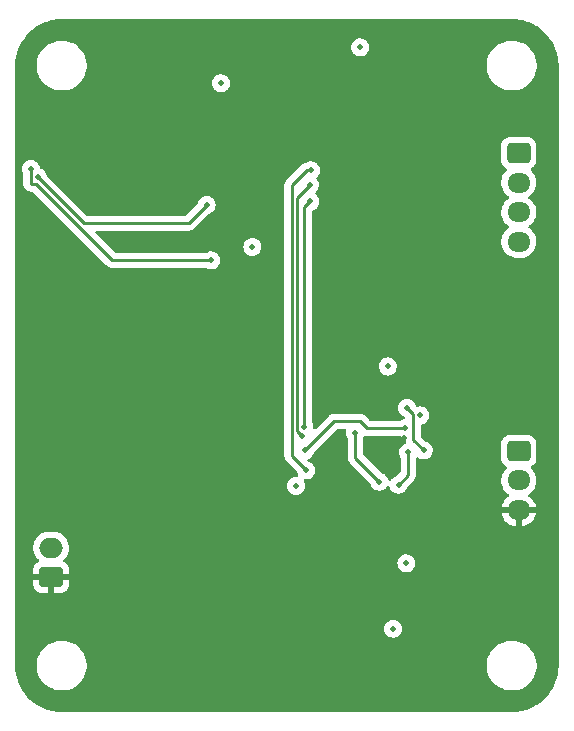
<source format=gbl>
%TF.GenerationSoftware,KiCad,Pcbnew,(6.0.1-0)*%
%TF.CreationDate,2022-10-24T18:59:44-05:00*%
%TF.ProjectId,tackle_sensor_hardware,7461636b-6c65-45f7-9365-6e736f725f68,rev?*%
%TF.SameCoordinates,Original*%
%TF.FileFunction,Copper,L4,Bot*%
%TF.FilePolarity,Positive*%
%FSLAX46Y46*%
G04 Gerber Fmt 4.6, Leading zero omitted, Abs format (unit mm)*
G04 Created by KiCad (PCBNEW (6.0.1-0)) date 2022-10-24 18:59:44*
%MOMM*%
%LPD*%
G01*
G04 APERTURE LIST*
G04 Aperture macros list*
%AMRoundRect*
0 Rectangle with rounded corners*
0 $1 Rounding radius*
0 $2 $3 $4 $5 $6 $7 $8 $9 X,Y pos of 4 corners*
0 Add a 4 corners polygon primitive as box body*
4,1,4,$2,$3,$4,$5,$6,$7,$8,$9,$2,$3,0*
0 Add four circle primitives for the rounded corners*
1,1,$1+$1,$2,$3*
1,1,$1+$1,$4,$5*
1,1,$1+$1,$6,$7*
1,1,$1+$1,$8,$9*
0 Add four rect primitives between the rounded corners*
20,1,$1+$1,$2,$3,$4,$5,0*
20,1,$1+$1,$4,$5,$6,$7,0*
20,1,$1+$1,$6,$7,$8,$9,0*
20,1,$1+$1,$8,$9,$2,$3,0*%
G04 Aperture macros list end*
%TA.AperFunction,ComponentPad*%
%ADD10RoundRect,0.250000X-0.725000X0.600000X-0.725000X-0.600000X0.725000X-0.600000X0.725000X0.600000X0*%
%TD*%
%TA.AperFunction,ComponentPad*%
%ADD11O,1.950000X1.700000*%
%TD*%
%TA.AperFunction,ComponentPad*%
%ADD12RoundRect,0.250000X0.750000X-0.600000X0.750000X0.600000X-0.750000X0.600000X-0.750000X-0.600000X0*%
%TD*%
%TA.AperFunction,ComponentPad*%
%ADD13O,2.000000X1.700000*%
%TD*%
%TA.AperFunction,ViaPad*%
%ADD14C,0.500000*%
%TD*%
%TA.AperFunction,Conductor*%
%ADD15C,0.228600*%
%TD*%
%TA.AperFunction,Conductor*%
%ADD16C,0.254000*%
%TD*%
G04 APERTURE END LIST*
D10*
%TO.P,J3,1,Pin_1*%
%TO.N,Net-(J3-Pad1)*%
X163796200Y-106923200D03*
D11*
%TO.P,J3,2,Pin_2*%
%TO.N,Net-(J3-Pad2)*%
X163796200Y-109423200D03*
%TO.P,J3,3,Pin_3*%
%TO.N,GND*%
X163796200Y-111923200D03*
%TD*%
D12*
%TO.P,J2,1,Pin_1*%
%TO.N,GND*%
X124206000Y-117602000D03*
D13*
%TO.P,J2,2,Pin_2*%
%TO.N,Net-(J2-Pad2)*%
X124206000Y-115102000D03*
%TD*%
D10*
%TO.P,J4,1,Pin_1*%
%TO.N,Net-(F1-Pad2)*%
X163796200Y-81701000D03*
D11*
%TO.P,J4,2,Pin_2*%
%TO.N,Net-(J4-Pad2)*%
X163796200Y-84201000D03*
%TO.P,J4,3,Pin_3*%
%TO.N,Net-(J4-Pad3)*%
X163796200Y-86701000D03*
%TO.P,J4,4,Pin_4*%
%TO.N,Net-(J4-Pad4)*%
X163796200Y-89201000D03*
%TD*%
D14*
%TO.N,GND*%
X127914400Y-83464400D03*
X131064000Y-75438000D03*
X143002000Y-88239600D03*
X130048000Y-74549000D03*
X131064000Y-73660000D03*
X139852400Y-109728000D03*
X137058400Y-94488000D03*
X132080000Y-73660000D03*
X150571200Y-115519200D03*
X150317200Y-119532400D03*
X143510000Y-109778800D03*
X130048000Y-75438000D03*
X137907200Y-102956800D03*
X157988000Y-103022400D03*
X130048000Y-71628000D03*
X131064000Y-71628000D03*
X131064000Y-74549000D03*
X142392400Y-109829600D03*
X153618800Y-93471600D03*
X132080000Y-72644000D03*
X135128000Y-113284000D03*
X132080000Y-71628000D03*
X154076400Y-105867200D03*
X138049000Y-115824000D03*
X131064000Y-76327000D03*
X150164800Y-117754400D03*
X130048000Y-72644000D03*
X130048000Y-76327000D03*
X123571000Y-109220000D03*
X131064000Y-72644000D03*
X153111200Y-123799600D03*
X142951200Y-86969600D03*
X158343600Y-105003600D03*
X130048000Y-73660000D03*
%TO.N,+3V3*%
X154279600Y-116433600D03*
X152704400Y-99771600D03*
X144932400Y-109880400D03*
X155422000Y-103910800D03*
X153162000Y-121970800D03*
%TO.N,+12V*%
X138582400Y-75793600D03*
X150368000Y-72745600D03*
X141249400Y-89636600D03*
%TO.N,R_PWM*%
X146202400Y-83159600D03*
X145796000Y-108559600D03*
%TO.N,G_PWM*%
X145440400Y-105664000D03*
X146100800Y-84429600D03*
%TO.N,B_PWM*%
X145643600Y-104902000D03*
X146151600Y-85801200D03*
%TO.N,/RST*%
X145694400Y-106883200D03*
X154127200Y-105003600D03*
%TO.N,UART_TX*%
X155752800Y-106883200D03*
X154330400Y-103276400D03*
%TO.N,/ACC_INT2*%
X149936200Y-105384600D03*
X151993600Y-109524800D03*
%TO.N,Net-(Q2-Pad1)*%
X137363200Y-86106000D03*
X123088400Y-83769200D03*
%TO.N,Net-(R5-Pad2)*%
X154432000Y-107035600D03*
X153619200Y-109778800D03*
%TO.N,Net-(R8-Pad2)*%
X122478800Y-83058000D03*
X137769600Y-90779600D03*
%TD*%
D15*
%TO.N,R_PWM*%
X144576800Y-107340400D02*
X144576800Y-84429600D01*
X145796000Y-108559600D02*
X144576800Y-107340400D01*
X144576800Y-84429600D02*
X145846800Y-83159600D01*
X145846800Y-83159600D02*
X146202400Y-83159600D01*
%TO.N,G_PWM*%
X145440400Y-105664000D02*
X145034000Y-105257600D01*
X145034000Y-104546400D02*
X145034000Y-85496400D01*
X145034000Y-85496400D02*
X146100800Y-84429600D01*
X145034000Y-105257600D02*
X145034000Y-104546400D01*
%TO.N,B_PWM*%
X145643600Y-86309200D02*
X146151600Y-85801200D01*
X145643600Y-104902000D02*
X145643600Y-86309200D01*
D16*
%TO.N,/RST*%
X148183600Y-104394000D02*
X145694400Y-106883200D01*
X150317200Y-104394000D02*
X148183600Y-104394000D01*
X150926800Y-105003600D02*
X150317200Y-104394000D01*
X154127200Y-105003600D02*
X150926800Y-105003600D01*
D15*
%TO.N,UART_TX*%
X154878199Y-103824199D02*
X154330400Y-103276400D01*
X155752800Y-106883200D02*
X154878199Y-106008599D01*
X154878199Y-106008599D02*
X154878199Y-103824199D01*
%TO.N,/ACC_INT2*%
X149961600Y-107492800D02*
X149961600Y-105410000D01*
X149961600Y-105410000D02*
X149936200Y-105384600D01*
X151993600Y-109524800D02*
X149961600Y-107492800D01*
D16*
%TO.N,Net-(Q2-Pad1)*%
X126949200Y-87630000D02*
X135839200Y-87630000D01*
X123088400Y-83769200D02*
X126949200Y-87630000D01*
X135839200Y-87630000D02*
X137363200Y-86106000D01*
%TO.N,Net-(R5-Pad2)*%
X154432000Y-107035600D02*
X154432000Y-108966000D01*
X154432000Y-108966000D02*
X153619200Y-109778800D01*
%TO.N,Net-(R8-Pad2)*%
X122529600Y-84328000D02*
X122478800Y-84277200D01*
X122936000Y-84328000D02*
X122529600Y-84328000D01*
X123190000Y-84582000D02*
X122936000Y-84328000D01*
X129387600Y-90779600D02*
X123190000Y-84582000D01*
X137769600Y-90779600D02*
X129387600Y-90779600D01*
X122478800Y-84277200D02*
X122478800Y-83058000D01*
%TD*%
%TA.AperFunction,Conductor*%
%TO.N,GND*%
G36*
X163196959Y-70359500D02*
G01*
X163211760Y-70361805D01*
X163211763Y-70361805D01*
X163220632Y-70363186D01*
X163240528Y-70360584D01*
X163262686Y-70359654D01*
X163584345Y-70374525D01*
X163595934Y-70375599D01*
X163944560Y-70424231D01*
X163955999Y-70426370D01*
X164149390Y-70471855D01*
X164298646Y-70506959D01*
X164309828Y-70510140D01*
X164476712Y-70566074D01*
X164643587Y-70622006D01*
X164654439Y-70626210D01*
X164976449Y-70768391D01*
X164986854Y-70773571D01*
X165294389Y-70944867D01*
X165304266Y-70950983D01*
X165594669Y-71149914D01*
X165603957Y-71156928D01*
X165874767Y-71381806D01*
X165883367Y-71389647D01*
X166132255Y-71638535D01*
X166140096Y-71647135D01*
X166364974Y-71917945D01*
X166371988Y-71927233D01*
X166549723Y-72186693D01*
X166570919Y-72217636D01*
X166577035Y-72227513D01*
X166748331Y-72535048D01*
X166753511Y-72545453D01*
X166895692Y-72867463D01*
X166899896Y-72878315D01*
X167009492Y-73205300D01*
X167011759Y-73212065D01*
X167014943Y-73223256D01*
X167040481Y-73331837D01*
X167095532Y-73565903D01*
X167097671Y-73577342D01*
X167146303Y-73925968D01*
X167147377Y-73937557D01*
X167161905Y-74251816D01*
X167160540Y-74277015D01*
X167158716Y-74288730D01*
X167159880Y-74297632D01*
X167159880Y-74297635D01*
X167162838Y-74320251D01*
X167163902Y-74336589D01*
X167163902Y-125045672D01*
X167162402Y-125065056D01*
X167158716Y-125088730D01*
X167160356Y-125101270D01*
X167161318Y-125108626D01*
X167162248Y-125130784D01*
X167147377Y-125452443D01*
X167146303Y-125464032D01*
X167097671Y-125812658D01*
X167095532Y-125824097D01*
X167014944Y-126166740D01*
X167011762Y-126177926D01*
X166965613Y-126315614D01*
X166899896Y-126511685D01*
X166895692Y-126522537D01*
X166753511Y-126844547D01*
X166748331Y-126854952D01*
X166577035Y-127162487D01*
X166570920Y-127172363D01*
X166549690Y-127203354D01*
X166371988Y-127462767D01*
X166364974Y-127472055D01*
X166140096Y-127742865D01*
X166132255Y-127751465D01*
X165883367Y-128000353D01*
X165874767Y-128008194D01*
X165603957Y-128233072D01*
X165594669Y-128240086D01*
X165304266Y-128439017D01*
X165294389Y-128445133D01*
X164986854Y-128616429D01*
X164976449Y-128621609D01*
X164654439Y-128763790D01*
X164643587Y-128767994D01*
X164476712Y-128823926D01*
X164309828Y-128879860D01*
X164298646Y-128883041D01*
X164149390Y-128918145D01*
X163955999Y-128963630D01*
X163944560Y-128965769D01*
X163595934Y-129014401D01*
X163584346Y-129015475D01*
X163559293Y-129016633D01*
X163270086Y-129030003D01*
X163244887Y-129028638D01*
X163242044Y-129028195D01*
X163242042Y-129028195D01*
X163233172Y-129026814D01*
X163224270Y-129027978D01*
X163224267Y-129027978D01*
X163201651Y-129030936D01*
X163185313Y-129032000D01*
X125144328Y-129032000D01*
X125124943Y-129030500D01*
X125110142Y-129028195D01*
X125110139Y-129028195D01*
X125101270Y-129026814D01*
X125082105Y-129029320D01*
X125081374Y-129029416D01*
X125059216Y-129030346D01*
X124737557Y-129015475D01*
X124725968Y-129014401D01*
X124377342Y-128965769D01*
X124365903Y-128963630D01*
X124172512Y-128918145D01*
X124023256Y-128883041D01*
X124012074Y-128879860D01*
X123845190Y-128823925D01*
X123678315Y-128767994D01*
X123667463Y-128763790D01*
X123345453Y-128621609D01*
X123335048Y-128616429D01*
X123027513Y-128445133D01*
X123017636Y-128439017D01*
X122727233Y-128240086D01*
X122717945Y-128233072D01*
X122447135Y-128008194D01*
X122438535Y-128000353D01*
X122189647Y-127751465D01*
X122181806Y-127742865D01*
X121956928Y-127472055D01*
X121949914Y-127462767D01*
X121772212Y-127203354D01*
X121750982Y-127172363D01*
X121744867Y-127162487D01*
X121573571Y-126854952D01*
X121568391Y-126844547D01*
X121426210Y-126522537D01*
X121422006Y-126511685D01*
X121356289Y-126315614D01*
X121310140Y-126177926D01*
X121306958Y-126166740D01*
X121226370Y-125824097D01*
X121224231Y-125812658D01*
X121175599Y-125464032D01*
X121174525Y-125452443D01*
X121164135Y-125227703D01*
X122985743Y-125227703D01*
X123023268Y-125512734D01*
X123099129Y-125790036D01*
X123211923Y-126054476D01*
X123359561Y-126301161D01*
X123539313Y-126525528D01*
X123747851Y-126723423D01*
X123981317Y-126891186D01*
X123985112Y-126893195D01*
X123985113Y-126893196D01*
X124006869Y-126904715D01*
X124235392Y-127025712D01*
X124505373Y-127124511D01*
X124786264Y-127185755D01*
X124814841Y-127188004D01*
X125009282Y-127203307D01*
X125009291Y-127203307D01*
X125011739Y-127203500D01*
X125167271Y-127203500D01*
X125169407Y-127203354D01*
X125169418Y-127203354D01*
X125377548Y-127189165D01*
X125377554Y-127189164D01*
X125381825Y-127188873D01*
X125386020Y-127188004D01*
X125386022Y-127188004D01*
X125522583Y-127159724D01*
X125663342Y-127130574D01*
X125934343Y-127034607D01*
X126189812Y-126902750D01*
X126193313Y-126900289D01*
X126193317Y-126900287D01*
X126349328Y-126790640D01*
X126425023Y-126737441D01*
X126635622Y-126541740D01*
X126817713Y-126319268D01*
X126967927Y-126074142D01*
X127083483Y-125810898D01*
X127162244Y-125534406D01*
X127202751Y-125249784D01*
X127202845Y-125231951D01*
X127202867Y-125227703D01*
X161085743Y-125227703D01*
X161123268Y-125512734D01*
X161199129Y-125790036D01*
X161311923Y-126054476D01*
X161459561Y-126301161D01*
X161639313Y-126525528D01*
X161847851Y-126723423D01*
X162081317Y-126891186D01*
X162085112Y-126893195D01*
X162085113Y-126893196D01*
X162106869Y-126904715D01*
X162335392Y-127025712D01*
X162605373Y-127124511D01*
X162886264Y-127185755D01*
X162914841Y-127188004D01*
X163109282Y-127203307D01*
X163109291Y-127203307D01*
X163111739Y-127203500D01*
X163267271Y-127203500D01*
X163269407Y-127203354D01*
X163269418Y-127203354D01*
X163477548Y-127189165D01*
X163477554Y-127189164D01*
X163481825Y-127188873D01*
X163486020Y-127188004D01*
X163486022Y-127188004D01*
X163622583Y-127159724D01*
X163763342Y-127130574D01*
X164034343Y-127034607D01*
X164289812Y-126902750D01*
X164293313Y-126900289D01*
X164293317Y-126900287D01*
X164449328Y-126790640D01*
X164525023Y-126737441D01*
X164735622Y-126541740D01*
X164917713Y-126319268D01*
X165067927Y-126074142D01*
X165183483Y-125810898D01*
X165262244Y-125534406D01*
X165302751Y-125249784D01*
X165302845Y-125231951D01*
X165304235Y-124966583D01*
X165304235Y-124966576D01*
X165304257Y-124962297D01*
X165266732Y-124677266D01*
X165190871Y-124399964D01*
X165078077Y-124135524D01*
X164930439Y-123888839D01*
X164750687Y-123664472D01*
X164542149Y-123466577D01*
X164308683Y-123298814D01*
X164286843Y-123287250D01*
X164263654Y-123274972D01*
X164054608Y-123164288D01*
X163784627Y-123065489D01*
X163503736Y-123004245D01*
X163472685Y-123001801D01*
X163280718Y-122986693D01*
X163280709Y-122986693D01*
X163278261Y-122986500D01*
X163122729Y-122986500D01*
X163120593Y-122986646D01*
X163120582Y-122986646D01*
X162912452Y-123000835D01*
X162912446Y-123000836D01*
X162908175Y-123001127D01*
X162903980Y-123001996D01*
X162903978Y-123001996D01*
X162767416Y-123030277D01*
X162626658Y-123059426D01*
X162355657Y-123155393D01*
X162100188Y-123287250D01*
X162096687Y-123289711D01*
X162096683Y-123289713D01*
X162086594Y-123296804D01*
X161864977Y-123452559D01*
X161654378Y-123648260D01*
X161472287Y-123870732D01*
X161322073Y-124115858D01*
X161206517Y-124379102D01*
X161127756Y-124655594D01*
X161087249Y-124940216D01*
X161087227Y-124944505D01*
X161087226Y-124944512D01*
X161085765Y-125223417D01*
X161085743Y-125227703D01*
X127202867Y-125227703D01*
X127204235Y-124966583D01*
X127204235Y-124966576D01*
X127204257Y-124962297D01*
X127166732Y-124677266D01*
X127090871Y-124399964D01*
X126978077Y-124135524D01*
X126830439Y-123888839D01*
X126650687Y-123664472D01*
X126442149Y-123466577D01*
X126208683Y-123298814D01*
X126186843Y-123287250D01*
X126163654Y-123274972D01*
X125954608Y-123164288D01*
X125684627Y-123065489D01*
X125403736Y-123004245D01*
X125372685Y-123001801D01*
X125180718Y-122986693D01*
X125180709Y-122986693D01*
X125178261Y-122986500D01*
X125022729Y-122986500D01*
X125020593Y-122986646D01*
X125020582Y-122986646D01*
X124812452Y-123000835D01*
X124812446Y-123000836D01*
X124808175Y-123001127D01*
X124803980Y-123001996D01*
X124803978Y-123001996D01*
X124667416Y-123030277D01*
X124526658Y-123059426D01*
X124255657Y-123155393D01*
X124000188Y-123287250D01*
X123996687Y-123289711D01*
X123996683Y-123289713D01*
X123986594Y-123296804D01*
X123764977Y-123452559D01*
X123554378Y-123648260D01*
X123372287Y-123870732D01*
X123222073Y-124115858D01*
X123106517Y-124379102D01*
X123027756Y-124655594D01*
X122987249Y-124940216D01*
X122987227Y-124944505D01*
X122987226Y-124944512D01*
X122985765Y-125223417D01*
X122985743Y-125227703D01*
X121164135Y-125227703D01*
X121159997Y-125138184D01*
X121161362Y-125112985D01*
X121161805Y-125110142D01*
X121161805Y-125110140D01*
X121163186Y-125101270D01*
X121161547Y-125088730D01*
X121159064Y-125069749D01*
X121158000Y-125053411D01*
X121158000Y-121960143D01*
X152398775Y-121960143D01*
X152415381Y-122129499D01*
X152469094Y-122290967D01*
X152472741Y-122296989D01*
X152472742Y-122296991D01*
X152486497Y-122319702D01*
X152557246Y-122436523D01*
X152675455Y-122558932D01*
X152817846Y-122652110D01*
X152824450Y-122654566D01*
X152824452Y-122654567D01*
X152860844Y-122668101D01*
X152977341Y-122711426D01*
X153146015Y-122733932D01*
X153153026Y-122733294D01*
X153153030Y-122733294D01*
X153308462Y-122719148D01*
X153315483Y-122718509D01*
X153322185Y-122716331D01*
X153322187Y-122716331D01*
X153470623Y-122668101D01*
X153470626Y-122668100D01*
X153477322Y-122665924D01*
X153623490Y-122578790D01*
X153628584Y-122573939D01*
X153628588Y-122573936D01*
X153695833Y-122509899D01*
X153746721Y-122461439D01*
X153840891Y-122319702D01*
X153901319Y-122160625D01*
X153925001Y-121992113D01*
X153925299Y-121970800D01*
X153906331Y-121801692D01*
X153850368Y-121640989D01*
X153844383Y-121631410D01*
X153822420Y-121596264D01*
X153760192Y-121496679D01*
X153640286Y-121375932D01*
X153624039Y-121365621D01*
X153585406Y-121341104D01*
X153496608Y-121284751D01*
X153336300Y-121227668D01*
X153167329Y-121207520D01*
X153160326Y-121208256D01*
X153160325Y-121208256D01*
X153005101Y-121224570D01*
X153005097Y-121224571D01*
X152998093Y-121225307D01*
X152991422Y-121227578D01*
X152843673Y-121277875D01*
X152843670Y-121277876D01*
X152837003Y-121280146D01*
X152831005Y-121283836D01*
X152831003Y-121283837D01*
X152698065Y-121365621D01*
X152698063Y-121365623D01*
X152692066Y-121369312D01*
X152570486Y-121488373D01*
X152478304Y-121631410D01*
X152420103Y-121791316D01*
X152398775Y-121960143D01*
X121158000Y-121960143D01*
X121158000Y-118249095D01*
X122698001Y-118249095D01*
X122698338Y-118255614D01*
X122708257Y-118351206D01*
X122711149Y-118364600D01*
X122762588Y-118518784D01*
X122768761Y-118531962D01*
X122854063Y-118669807D01*
X122863099Y-118681208D01*
X122977829Y-118795739D01*
X122989240Y-118804751D01*
X123127243Y-118889816D01*
X123140424Y-118895963D01*
X123294710Y-118947138D01*
X123308086Y-118950005D01*
X123402438Y-118959672D01*
X123408854Y-118960000D01*
X123933885Y-118960000D01*
X123949124Y-118955525D01*
X123950329Y-118954135D01*
X123952000Y-118946452D01*
X123952000Y-118941884D01*
X124460000Y-118941884D01*
X124464475Y-118957123D01*
X124465865Y-118958328D01*
X124473548Y-118959999D01*
X125003095Y-118959999D01*
X125009614Y-118959662D01*
X125105206Y-118949743D01*
X125118600Y-118946851D01*
X125272784Y-118895412D01*
X125285962Y-118889239D01*
X125423807Y-118803937D01*
X125435208Y-118794901D01*
X125549739Y-118680171D01*
X125558751Y-118668760D01*
X125643816Y-118530757D01*
X125649963Y-118517576D01*
X125701138Y-118363290D01*
X125704005Y-118349914D01*
X125713672Y-118255562D01*
X125714000Y-118249146D01*
X125714000Y-117874115D01*
X125709525Y-117858876D01*
X125708135Y-117857671D01*
X125700452Y-117856000D01*
X124478115Y-117856000D01*
X124462876Y-117860475D01*
X124461671Y-117861865D01*
X124460000Y-117869548D01*
X124460000Y-118941884D01*
X123952000Y-118941884D01*
X123952000Y-117874115D01*
X123947525Y-117858876D01*
X123946135Y-117857671D01*
X123938452Y-117856000D01*
X122716116Y-117856000D01*
X122700877Y-117860475D01*
X122699672Y-117861865D01*
X122698001Y-117869548D01*
X122698001Y-118249095D01*
X121158000Y-118249095D01*
X121158000Y-115037774D01*
X122694102Y-115037774D01*
X122702751Y-115268158D01*
X122750093Y-115493791D01*
X122752051Y-115498750D01*
X122752052Y-115498752D01*
X122827436Y-115689634D01*
X122834776Y-115708221D01*
X122837543Y-115712780D01*
X122837544Y-115712783D01*
X122857207Y-115745186D01*
X122954377Y-115905317D01*
X122957874Y-115909347D01*
X123044438Y-116009103D01*
X123105477Y-116079445D01*
X123109608Y-116082832D01*
X123141529Y-116109006D01*
X123181524Y-116167666D01*
X123183455Y-116238636D01*
X123146710Y-116299384D01*
X123127941Y-116313584D01*
X122988193Y-116400063D01*
X122976792Y-116409099D01*
X122862261Y-116523829D01*
X122853249Y-116535240D01*
X122768184Y-116673243D01*
X122762037Y-116686424D01*
X122710862Y-116840710D01*
X122707995Y-116854086D01*
X122698328Y-116948438D01*
X122698000Y-116954855D01*
X122698000Y-117329885D01*
X122702475Y-117345124D01*
X122703865Y-117346329D01*
X122711548Y-117348000D01*
X125695884Y-117348000D01*
X125711123Y-117343525D01*
X125712328Y-117342135D01*
X125713999Y-117334452D01*
X125713999Y-116954905D01*
X125713662Y-116948386D01*
X125703743Y-116852794D01*
X125700851Y-116839400D01*
X125649412Y-116685216D01*
X125643239Y-116672038D01*
X125557937Y-116534193D01*
X125548901Y-116522792D01*
X125448879Y-116422943D01*
X153516375Y-116422943D01*
X153532981Y-116592299D01*
X153586694Y-116753767D01*
X153590341Y-116759789D01*
X153590342Y-116759791D01*
X153639349Y-116840710D01*
X153674846Y-116899323D01*
X153793055Y-117021732D01*
X153935446Y-117114910D01*
X153942050Y-117117366D01*
X153942052Y-117117367D01*
X153978444Y-117130901D01*
X154094941Y-117174226D01*
X154263615Y-117196732D01*
X154270626Y-117196094D01*
X154270630Y-117196094D01*
X154426062Y-117181948D01*
X154433083Y-117181309D01*
X154439785Y-117179131D01*
X154439787Y-117179131D01*
X154588223Y-117130901D01*
X154588226Y-117130900D01*
X154594922Y-117128724D01*
X154741090Y-117041590D01*
X154746184Y-117036739D01*
X154746188Y-117036736D01*
X154838964Y-116948386D01*
X154864321Y-116924239D01*
X154958491Y-116782502D01*
X155018919Y-116623425D01*
X155042601Y-116454913D01*
X155042899Y-116433600D01*
X155023931Y-116264492D01*
X154967968Y-116103789D01*
X154961983Y-116094210D01*
X154906502Y-116005424D01*
X154877792Y-115959479D01*
X154757886Y-115838732D01*
X154741639Y-115828421D01*
X154703006Y-115803904D01*
X154614208Y-115747551D01*
X154453900Y-115690468D01*
X154284929Y-115670320D01*
X154277926Y-115671056D01*
X154277925Y-115671056D01*
X154122701Y-115687370D01*
X154122697Y-115687371D01*
X154115693Y-115688107D01*
X154109022Y-115690378D01*
X153961273Y-115740675D01*
X153961270Y-115740676D01*
X153954603Y-115742946D01*
X153948605Y-115746636D01*
X153948603Y-115746637D01*
X153815665Y-115828421D01*
X153815663Y-115828423D01*
X153809666Y-115832112D01*
X153688086Y-115951173D01*
X153684275Y-115957087D01*
X153684273Y-115957089D01*
X153605419Y-116079445D01*
X153595904Y-116094210D01*
X153537703Y-116254116D01*
X153516375Y-116422943D01*
X125448879Y-116422943D01*
X125434171Y-116408261D01*
X125422757Y-116399247D01*
X125283287Y-116313277D01*
X125235793Y-116260505D01*
X125224369Y-116190434D01*
X125252643Y-116125310D01*
X125262430Y-116114847D01*
X125267044Y-116110446D01*
X125377135Y-116005424D01*
X125514754Y-115820458D01*
X125549901Y-115751330D01*
X125581268Y-115689634D01*
X125619240Y-115614949D01*
X125655321Y-115498752D01*
X125686024Y-115399871D01*
X125687607Y-115394773D01*
X125688308Y-115389484D01*
X125717198Y-115171511D01*
X125717198Y-115171506D01*
X125717898Y-115166226D01*
X125709249Y-114935842D01*
X125661907Y-114710209D01*
X125577224Y-114495779D01*
X125457623Y-114298683D01*
X125370755Y-114198576D01*
X125310023Y-114128588D01*
X125310021Y-114128586D01*
X125306523Y-114124555D01*
X125264970Y-114090484D01*
X125132373Y-113981760D01*
X125132367Y-113981756D01*
X125128245Y-113978376D01*
X125123609Y-113975737D01*
X125123606Y-113975735D01*
X124932529Y-113866968D01*
X124927886Y-113864325D01*
X124711175Y-113785663D01*
X124705926Y-113784714D01*
X124705923Y-113784713D01*
X124488392Y-113745377D01*
X124488385Y-113745376D01*
X124484308Y-113744639D01*
X124466586Y-113743803D01*
X124461644Y-113743570D01*
X124461637Y-113743570D01*
X124460156Y-113743500D01*
X123998110Y-113743500D01*
X123931191Y-113749178D01*
X123831591Y-113757629D01*
X123831587Y-113757630D01*
X123826280Y-113758080D01*
X123821125Y-113759418D01*
X123821119Y-113759419D01*
X123608297Y-113814657D01*
X123608293Y-113814658D01*
X123603128Y-113815999D01*
X123598262Y-113818191D01*
X123598259Y-113818192D01*
X123489980Y-113866968D01*
X123392925Y-113910688D01*
X123201681Y-114039441D01*
X123034865Y-114198576D01*
X122897246Y-114383542D01*
X122792760Y-114589051D01*
X122791178Y-114594145D01*
X122791177Y-114594148D01*
X122729115Y-114794020D01*
X122724393Y-114809227D01*
X122723692Y-114814516D01*
X122708304Y-114930623D01*
X122694102Y-115037774D01*
X121158000Y-115037774D01*
X121158000Y-112191780D01*
X162339952Y-112191780D01*
X162364677Y-112309621D01*
X162367737Y-112319817D01*
X162448463Y-112524229D01*
X162453194Y-112533761D01*
X162567216Y-112721662D01*
X162573480Y-112730252D01*
X162717527Y-112896252D01*
X162725158Y-112903672D01*
X162895111Y-113043026D01*
X162903878Y-113049050D01*
X163094882Y-113157776D01*
X163104546Y-113162241D01*
X163311141Y-113237231D01*
X163321408Y-113240002D01*
X163524374Y-113276704D01*
X163537614Y-113275285D01*
X163542200Y-113260650D01*
X163542200Y-113257049D01*
X164050200Y-113257049D01*
X164054510Y-113271727D01*
X164066393Y-113273790D01*
X164145525Y-113267076D01*
X164155997Y-113265286D01*
X164368735Y-113210070D01*
X164378775Y-113206535D01*
X164579170Y-113116263D01*
X164588456Y-113111094D01*
X164770775Y-112988350D01*
X164779070Y-112981681D01*
X164938100Y-112829972D01*
X164945141Y-112822014D01*
X165076341Y-112645675D01*
X165081945Y-112636638D01*
X165181557Y-112440716D01*
X165185557Y-112430865D01*
X165250734Y-112220960D01*
X165253017Y-112210576D01*
X165255061Y-112195157D01*
X165252865Y-112180993D01*
X165239678Y-112177200D01*
X164068315Y-112177200D01*
X164053076Y-112181675D01*
X164051871Y-112183065D01*
X164050200Y-112190748D01*
X164050200Y-113257049D01*
X163542200Y-113257049D01*
X163542200Y-112195315D01*
X163537725Y-112180076D01*
X163536335Y-112178871D01*
X163528652Y-112177200D01*
X162355008Y-112177200D01*
X162341477Y-112181173D01*
X162339952Y-112191780D01*
X121158000Y-112191780D01*
X121158000Y-83047343D01*
X121715575Y-83047343D01*
X121732181Y-83216699D01*
X121785894Y-83378167D01*
X121789543Y-83384192D01*
X121825076Y-83442864D01*
X121843300Y-83508136D01*
X121843300Y-84198180D01*
X121842770Y-84209414D01*
X121841092Y-84216919D01*
X121842461Y-84260492D01*
X121843238Y-84285212D01*
X121843300Y-84289169D01*
X121843300Y-84317183D01*
X121843796Y-84321108D01*
X121843796Y-84321109D01*
X121843808Y-84321204D01*
X121844741Y-84333049D01*
X121846135Y-84377405D01*
X121848347Y-84385017D01*
X121851813Y-84396948D01*
X121855823Y-84416312D01*
X121858373Y-84436499D01*
X121861289Y-84443863D01*
X121861290Y-84443868D01*
X121874707Y-84477756D01*
X121878552Y-84488985D01*
X121890931Y-84531593D01*
X121894969Y-84538420D01*
X121894970Y-84538423D01*
X121901288Y-84549106D01*
X121909988Y-84566864D01*
X121914561Y-84578415D01*
X121914565Y-84578421D01*
X121917481Y-84585788D01*
X121922139Y-84592199D01*
X121922140Y-84592201D01*
X121943564Y-84621688D01*
X121950081Y-84631610D01*
X121968627Y-84662970D01*
X121968631Y-84662975D01*
X121972666Y-84669798D01*
X121978273Y-84675405D01*
X121987055Y-84684188D01*
X121999890Y-84699216D01*
X122007198Y-84709274D01*
X122011858Y-84715687D01*
X122029373Y-84730177D01*
X122035781Y-84736586D01*
X122036047Y-84736303D01*
X122085851Y-84783071D01*
X122088695Y-84785827D01*
X122108506Y-84805639D01*
X122111638Y-84808068D01*
X122111642Y-84808072D01*
X122111726Y-84808137D01*
X122120751Y-84815845D01*
X122153094Y-84846217D01*
X122160038Y-84850035D01*
X122160040Y-84850036D01*
X122170929Y-84856022D01*
X122187447Y-84866873D01*
X122203533Y-84879350D01*
X122244266Y-84896976D01*
X122254914Y-84902193D01*
X122293797Y-84923569D01*
X122301472Y-84925540D01*
X122301478Y-84925542D01*
X122313511Y-84928631D01*
X122332213Y-84935034D01*
X122350892Y-84943117D01*
X122384728Y-84948476D01*
X122394727Y-84950060D01*
X122406340Y-84952465D01*
X122449318Y-84963500D01*
X122469665Y-84963500D01*
X122489377Y-84965051D01*
X122509479Y-84968235D01*
X122517371Y-84967489D01*
X122553656Y-84964059D01*
X122565514Y-84963500D01*
X122620578Y-84963500D01*
X122688699Y-84983502D01*
X122709673Y-85000405D01*
X125800101Y-88090834D01*
X128882350Y-91173083D01*
X128889926Y-91181409D01*
X128894047Y-91187903D01*
X128899822Y-91193326D01*
X128943865Y-91234685D01*
X128946707Y-91237440D01*
X128966506Y-91257239D01*
X128969631Y-91259663D01*
X128969640Y-91259671D01*
X128969726Y-91259737D01*
X128978751Y-91267445D01*
X129011094Y-91297817D01*
X129018038Y-91301635D01*
X129018040Y-91301636D01*
X129028929Y-91307622D01*
X129045447Y-91318473D01*
X129061533Y-91330950D01*
X129102266Y-91348576D01*
X129112914Y-91353793D01*
X129151797Y-91375169D01*
X129159472Y-91377140D01*
X129159478Y-91377142D01*
X129171511Y-91380231D01*
X129190213Y-91386634D01*
X129208892Y-91394717D01*
X129242728Y-91400076D01*
X129252727Y-91401660D01*
X129264340Y-91404065D01*
X129307318Y-91415100D01*
X129327665Y-91415100D01*
X129347377Y-91416651D01*
X129367479Y-91419835D01*
X129375371Y-91419089D01*
X129411656Y-91415659D01*
X129423514Y-91415100D01*
X137317879Y-91415100D01*
X137386872Y-91435668D01*
X137425446Y-91460910D01*
X137432050Y-91463366D01*
X137432052Y-91463367D01*
X137468444Y-91476901D01*
X137584941Y-91520226D01*
X137753615Y-91542732D01*
X137760626Y-91542094D01*
X137760630Y-91542094D01*
X137916062Y-91527948D01*
X137923083Y-91527309D01*
X137929785Y-91525131D01*
X137929787Y-91525131D01*
X138078223Y-91476901D01*
X138078226Y-91476900D01*
X138084922Y-91474724D01*
X138231090Y-91387590D01*
X138236184Y-91382739D01*
X138236188Y-91382736D01*
X138331060Y-91292390D01*
X138354321Y-91270239D01*
X138361343Y-91259671D01*
X138444590Y-91134373D01*
X138448491Y-91128502D01*
X138508919Y-90969425D01*
X138532601Y-90800913D01*
X138532899Y-90779600D01*
X138513931Y-90610492D01*
X138457968Y-90449789D01*
X138367792Y-90305479D01*
X138247886Y-90184732D01*
X138237980Y-90178445D01*
X138164948Y-90132098D01*
X138104208Y-90093551D01*
X137943900Y-90036468D01*
X137774929Y-90016320D01*
X137767926Y-90017056D01*
X137767925Y-90017056D01*
X137612701Y-90033370D01*
X137612697Y-90033371D01*
X137605693Y-90034107D01*
X137599022Y-90036378D01*
X137451273Y-90086675D01*
X137451270Y-90086676D01*
X137444603Y-90088946D01*
X137387465Y-90124098D01*
X137385321Y-90125417D01*
X137319298Y-90144100D01*
X129703022Y-90144100D01*
X129634901Y-90124098D01*
X129613927Y-90107195D01*
X129132675Y-89625943D01*
X140486175Y-89625943D01*
X140502781Y-89795299D01*
X140556494Y-89956767D01*
X140560141Y-89962789D01*
X140560142Y-89962791D01*
X140636545Y-90088946D01*
X140644646Y-90102323D01*
X140762855Y-90224732D01*
X140905246Y-90317910D01*
X140911850Y-90320366D01*
X140911852Y-90320367D01*
X140948244Y-90333901D01*
X141064741Y-90377226D01*
X141233415Y-90399732D01*
X141240426Y-90399094D01*
X141240430Y-90399094D01*
X141395862Y-90384948D01*
X141402883Y-90384309D01*
X141409585Y-90382131D01*
X141409587Y-90382131D01*
X141558023Y-90333901D01*
X141558026Y-90333900D01*
X141564722Y-90331724D01*
X141710890Y-90244590D01*
X141715984Y-90239739D01*
X141715988Y-90239736D01*
X141816415Y-90144100D01*
X141834121Y-90127239D01*
X141849280Y-90104424D01*
X141895998Y-90034107D01*
X141928291Y-89985502D01*
X141988719Y-89826425D01*
X142012401Y-89657913D01*
X142012699Y-89636600D01*
X141993731Y-89467492D01*
X141937768Y-89306789D01*
X141931783Y-89297210D01*
X141908465Y-89259895D01*
X141847592Y-89162479D01*
X141727686Y-89041732D01*
X141716830Y-89034842D01*
X141672806Y-89006904D01*
X141584008Y-88950551D01*
X141423700Y-88893468D01*
X141254729Y-88873320D01*
X141247726Y-88874056D01*
X141247725Y-88874056D01*
X141092501Y-88890370D01*
X141092497Y-88890371D01*
X141085493Y-88891107D01*
X141078822Y-88893378D01*
X140931073Y-88943675D01*
X140931070Y-88943676D01*
X140924403Y-88945946D01*
X140918405Y-88949636D01*
X140918403Y-88949637D01*
X140785465Y-89031421D01*
X140785463Y-89031423D01*
X140779466Y-89035112D01*
X140657886Y-89154173D01*
X140654075Y-89160087D01*
X140654073Y-89160089D01*
X140569521Y-89291287D01*
X140565704Y-89297210D01*
X140507503Y-89457116D01*
X140486175Y-89625943D01*
X129132675Y-89625943D01*
X127987327Y-88480595D01*
X127953301Y-88418283D01*
X127958366Y-88347468D01*
X128000913Y-88290632D01*
X128067433Y-88265821D01*
X128076422Y-88265500D01*
X135760180Y-88265500D01*
X135771414Y-88266030D01*
X135778919Y-88267708D01*
X135847212Y-88265562D01*
X135851169Y-88265500D01*
X135879183Y-88265500D01*
X135883108Y-88265004D01*
X135883109Y-88265004D01*
X135883204Y-88264992D01*
X135895049Y-88264059D01*
X135924870Y-88263122D01*
X135931482Y-88262914D01*
X135931483Y-88262914D01*
X135939405Y-88262665D01*
X135958949Y-88256987D01*
X135978312Y-88252977D01*
X135990640Y-88251420D01*
X135990642Y-88251420D01*
X135998499Y-88250427D01*
X136005863Y-88247511D01*
X136005868Y-88247510D01*
X136039756Y-88234093D01*
X136050985Y-88230248D01*
X136067665Y-88225402D01*
X136093593Y-88217869D01*
X136100420Y-88213831D01*
X136100423Y-88213830D01*
X136111106Y-88207512D01*
X136128864Y-88198812D01*
X136140415Y-88194239D01*
X136140421Y-88194235D01*
X136147788Y-88191319D01*
X136183691Y-88165234D01*
X136193610Y-88158719D01*
X136224968Y-88140174D01*
X136224972Y-88140171D01*
X136231798Y-88136134D01*
X136246182Y-88121750D01*
X136261216Y-88108909D01*
X136271273Y-88101602D01*
X136277687Y-88096942D01*
X136305978Y-88062744D01*
X136313967Y-88053965D01*
X137491648Y-86876284D01*
X137541806Y-86845546D01*
X137671825Y-86803300D01*
X137678522Y-86801124D01*
X137824690Y-86713990D01*
X137829784Y-86709139D01*
X137829788Y-86709136D01*
X137911325Y-86631489D01*
X137947921Y-86596639D01*
X138042091Y-86454902D01*
X138102519Y-86295825D01*
X138126201Y-86127313D01*
X138126499Y-86106000D01*
X138107531Y-85936892D01*
X138051568Y-85776189D01*
X138045583Y-85766610D01*
X138016562Y-85720168D01*
X137961392Y-85631879D01*
X137841486Y-85511132D01*
X137825239Y-85500821D01*
X137778861Y-85471389D01*
X137697808Y-85419951D01*
X137537500Y-85362868D01*
X137368529Y-85342720D01*
X137361526Y-85343456D01*
X137361525Y-85343456D01*
X137206301Y-85359770D01*
X137206297Y-85359771D01*
X137199293Y-85360507D01*
X137192622Y-85362778D01*
X137044873Y-85413075D01*
X137044870Y-85413076D01*
X137038203Y-85415346D01*
X137032205Y-85419036D01*
X137032203Y-85419037D01*
X136899265Y-85500821D01*
X136899263Y-85500823D01*
X136893266Y-85504512D01*
X136771686Y-85623573D01*
X136767875Y-85629487D01*
X136767873Y-85629489D01*
X136762482Y-85637854D01*
X136679504Y-85766610D01*
X136621303Y-85926516D01*
X136620486Y-85926218D01*
X136590097Y-85980370D01*
X135612872Y-86957595D01*
X135550560Y-86991621D01*
X135523777Y-86994500D01*
X127264623Y-86994500D01*
X127196502Y-86974498D01*
X127175528Y-86957595D01*
X124627815Y-84409882D01*
X143949360Y-84409882D01*
X143952865Y-84446966D01*
X143953441Y-84453056D01*
X143954000Y-84464913D01*
X143954000Y-107263048D01*
X143953487Y-107273938D01*
X143951836Y-107281323D01*
X143952085Y-107289248D01*
X143952085Y-107289249D01*
X143953938Y-107348205D01*
X143954000Y-107352163D01*
X143954000Y-107379583D01*
X143954496Y-107383512D01*
X143954516Y-107383826D01*
X143955416Y-107395253D01*
X143956779Y-107438602D01*
X143960252Y-107450555D01*
X143962288Y-107457564D01*
X143966297Y-107476925D01*
X143968772Y-107496515D01*
X143971691Y-107503887D01*
X143971691Y-107503888D01*
X143984739Y-107536845D01*
X143988584Y-107548075D01*
X143998469Y-107582100D01*
X144000680Y-107589710D01*
X144004715Y-107596534D01*
X144004716Y-107596535D01*
X144010728Y-107606701D01*
X144019427Y-107624458D01*
X144026698Y-107642821D01*
X144044581Y-107667435D01*
X144052190Y-107677908D01*
X144058704Y-107687825D01*
X144080780Y-107725152D01*
X144094741Y-107739113D01*
X144107581Y-107754146D01*
X144119190Y-107770124D01*
X144149527Y-107795221D01*
X144152613Y-107797774D01*
X144161392Y-107805764D01*
X145017383Y-108661755D01*
X145048283Y-108718664D01*
X145049381Y-108718299D01*
X145103094Y-108879767D01*
X145106741Y-108885789D01*
X145106742Y-108885791D01*
X145137074Y-108935875D01*
X145155253Y-109004505D01*
X145133442Y-109072068D01*
X145078567Y-109117114D01*
X145014380Y-109126260D01*
X144937729Y-109117120D01*
X144930726Y-109117856D01*
X144930725Y-109117856D01*
X144775501Y-109134170D01*
X144775497Y-109134171D01*
X144768493Y-109134907D01*
X144761822Y-109137178D01*
X144614073Y-109187475D01*
X144614070Y-109187476D01*
X144607403Y-109189746D01*
X144601405Y-109193436D01*
X144601403Y-109193437D01*
X144468465Y-109275221D01*
X144468463Y-109275223D01*
X144462466Y-109278912D01*
X144397527Y-109342506D01*
X144360076Y-109379181D01*
X144340886Y-109397973D01*
X144337075Y-109403887D01*
X144337073Y-109403889D01*
X144283237Y-109487426D01*
X144248704Y-109541010D01*
X144190503Y-109700916D01*
X144169175Y-109869743D01*
X144185781Y-110039099D01*
X144239494Y-110200567D01*
X144243141Y-110206589D01*
X144243142Y-110206591D01*
X144291840Y-110287000D01*
X144327646Y-110346123D01*
X144445855Y-110468532D01*
X144468784Y-110483536D01*
X144569537Y-110549467D01*
X144588246Y-110561710D01*
X144594850Y-110564166D01*
X144594852Y-110564167D01*
X144631244Y-110577701D01*
X144747741Y-110621026D01*
X144916415Y-110643532D01*
X144923426Y-110642894D01*
X144923430Y-110642894D01*
X145078862Y-110628748D01*
X145085883Y-110628109D01*
X145092585Y-110625931D01*
X145092587Y-110625931D01*
X145241023Y-110577701D01*
X145241026Y-110577700D01*
X145247722Y-110575524D01*
X145393890Y-110488390D01*
X145398984Y-110483539D01*
X145398988Y-110483536D01*
X145482475Y-110404032D01*
X145517121Y-110371039D01*
X145611291Y-110229302D01*
X145671719Y-110070225D01*
X145695401Y-109901713D01*
X145695518Y-109893364D01*
X145695644Y-109884361D01*
X145695644Y-109884355D01*
X145695699Y-109880400D01*
X145676731Y-109711292D01*
X145669381Y-109690184D01*
X145623086Y-109557246D01*
X145620768Y-109550589D01*
X145592843Y-109505901D01*
X145573708Y-109437534D01*
X145594573Y-109369672D01*
X145648814Y-109323864D01*
X145716362Y-109314239D01*
X145729140Y-109315944D01*
X145780015Y-109322732D01*
X145787026Y-109322094D01*
X145787030Y-109322094D01*
X145942462Y-109307948D01*
X145949483Y-109307309D01*
X145956185Y-109305131D01*
X145956187Y-109305131D01*
X146104623Y-109256901D01*
X146104626Y-109256900D01*
X146111322Y-109254724D01*
X146257490Y-109167590D01*
X146262584Y-109162739D01*
X146262588Y-109162736D01*
X146339754Y-109089251D01*
X146380721Y-109050239D01*
X146474891Y-108908502D01*
X146535319Y-108749425D01*
X146559001Y-108580913D01*
X146559299Y-108559600D01*
X146540331Y-108390492D01*
X146484368Y-108229789D01*
X146474971Y-108214750D01*
X146456420Y-108185064D01*
X146394192Y-108085479D01*
X146274286Y-107964732D01*
X146251347Y-107950174D01*
X146182601Y-107906547D01*
X146130608Y-107873551D01*
X145988089Y-107822802D01*
X145930626Y-107781109D01*
X145904826Y-107714966D01*
X145918881Y-107645375D01*
X145968329Y-107594429D01*
X145991417Y-107584272D01*
X145995152Y-107583058D01*
X146009722Y-107578324D01*
X146155890Y-107491190D01*
X146160984Y-107486339D01*
X146160988Y-107486336D01*
X146235427Y-107415448D01*
X146279121Y-107373839D01*
X146294842Y-107350178D01*
X146326206Y-107302971D01*
X146373291Y-107232102D01*
X146433719Y-107073025D01*
X146434645Y-107066439D01*
X146467509Y-107008823D01*
X148409927Y-105066405D01*
X148472239Y-105032379D01*
X148499022Y-105029500D01*
X149078275Y-105029500D01*
X149146396Y-105049502D01*
X149192889Y-105103158D01*
X149202993Y-105173432D01*
X149196993Y-105197338D01*
X149196714Y-105198493D01*
X149194303Y-105205116D01*
X149172975Y-105373943D01*
X149189581Y-105543299D01*
X149191805Y-105549984D01*
X149191805Y-105549985D01*
X149200351Y-105575674D01*
X149243294Y-105704767D01*
X149246941Y-105710789D01*
X149246942Y-105710791D01*
X149320576Y-105832375D01*
X149338800Y-105897646D01*
X149338800Y-107415448D01*
X149338287Y-107426338D01*
X149336636Y-107433723D01*
X149336885Y-107441648D01*
X149336885Y-107441649D01*
X149338738Y-107500605D01*
X149338800Y-107504563D01*
X149338800Y-107531983D01*
X149339296Y-107535912D01*
X149339316Y-107536226D01*
X149340216Y-107547653D01*
X149341579Y-107591002D01*
X149346140Y-107606701D01*
X149347088Y-107609964D01*
X149351097Y-107629325D01*
X149353572Y-107648915D01*
X149356491Y-107656287D01*
X149356491Y-107656288D01*
X149369539Y-107689245D01*
X149373384Y-107700475D01*
X149385480Y-107742110D01*
X149389515Y-107748934D01*
X149389516Y-107748935D01*
X149395528Y-107759101D01*
X149404227Y-107776858D01*
X149411498Y-107795221D01*
X149416157Y-107801633D01*
X149436990Y-107830308D01*
X149443504Y-107840225D01*
X149465580Y-107877552D01*
X149479541Y-107891513D01*
X149492381Y-107906546D01*
X149503990Y-107922524D01*
X149510096Y-107927575D01*
X149537413Y-107950174D01*
X149546192Y-107958164D01*
X151214983Y-109626955D01*
X151245883Y-109683864D01*
X151246981Y-109683499D01*
X151300694Y-109844967D01*
X151304341Y-109850989D01*
X151304342Y-109850991D01*
X151358796Y-109940904D01*
X151388846Y-109990523D01*
X151507055Y-110112932D01*
X151529626Y-110127702D01*
X151630763Y-110193884D01*
X151649446Y-110206110D01*
X151656050Y-110208566D01*
X151656052Y-110208567D01*
X151704318Y-110226517D01*
X151808941Y-110265426D01*
X151977615Y-110287932D01*
X151984626Y-110287294D01*
X151984630Y-110287294D01*
X152140062Y-110273148D01*
X152147083Y-110272509D01*
X152153785Y-110270331D01*
X152153787Y-110270331D01*
X152302223Y-110222101D01*
X152302226Y-110222100D01*
X152308922Y-110219924D01*
X152455090Y-110132790D01*
X152460184Y-110127939D01*
X152460188Y-110127936D01*
X152553475Y-110039099D01*
X152578321Y-110015439D01*
X152648720Y-109909480D01*
X152703076Y-109863811D01*
X152773496Y-109854778D01*
X152837620Y-109885251D01*
X152873225Y-109939436D01*
X152891904Y-109995587D01*
X152926294Y-110098967D01*
X152929941Y-110104989D01*
X152929942Y-110104991D01*
X153005982Y-110230547D01*
X153014446Y-110244523D01*
X153132655Y-110366932D01*
X153275046Y-110460110D01*
X153281650Y-110462566D01*
X153281652Y-110462567D01*
X153318044Y-110476101D01*
X153434541Y-110519426D01*
X153603215Y-110541932D01*
X153610226Y-110541294D01*
X153610230Y-110541294D01*
X153765662Y-110527148D01*
X153772683Y-110526509D01*
X153779385Y-110524331D01*
X153779387Y-110524331D01*
X153927823Y-110476101D01*
X153927826Y-110476100D01*
X153934522Y-110473924D01*
X154080690Y-110386790D01*
X154085784Y-110381939D01*
X154085788Y-110381936D01*
X154185480Y-110287000D01*
X154203921Y-110269439D01*
X154298091Y-110127702D01*
X154358519Y-109968625D01*
X154359445Y-109962039D01*
X154392309Y-109904424D01*
X154825483Y-109471250D01*
X154833809Y-109463674D01*
X154840303Y-109459553D01*
X154887086Y-109409734D01*
X154889840Y-109406893D01*
X154909639Y-109387094D01*
X154912063Y-109383969D01*
X154912071Y-109383960D01*
X154912137Y-109383874D01*
X154919845Y-109374849D01*
X154934753Y-109358974D01*
X162309302Y-109358974D01*
X162309502Y-109364303D01*
X162309502Y-109364305D01*
X162310237Y-109383874D01*
X162317951Y-109589358D01*
X162365293Y-109814991D01*
X162367251Y-109819950D01*
X162367252Y-109819952D01*
X162442136Y-110009568D01*
X162449976Y-110029421D01*
X162452743Y-110033980D01*
X162452744Y-110033983D01*
X162495833Y-110104991D01*
X162569577Y-110226517D01*
X162573074Y-110230547D01*
X162711782Y-110390394D01*
X162720677Y-110400645D01*
X162724808Y-110404032D01*
X162894827Y-110543440D01*
X162894833Y-110543444D01*
X162898955Y-110546824D01*
X162903598Y-110549467D01*
X162930935Y-110565029D01*
X162980241Y-110616112D01*
X162994102Y-110685742D01*
X162968118Y-110751813D01*
X162938968Y-110779051D01*
X162821622Y-110858052D01*
X162813330Y-110864719D01*
X162654300Y-111016428D01*
X162647259Y-111024386D01*
X162516059Y-111200725D01*
X162510455Y-111209762D01*
X162410843Y-111405684D01*
X162406843Y-111415535D01*
X162341666Y-111625440D01*
X162339383Y-111635824D01*
X162337339Y-111651243D01*
X162339535Y-111665407D01*
X162352722Y-111669200D01*
X165237392Y-111669200D01*
X165250923Y-111665227D01*
X165252448Y-111654620D01*
X165227723Y-111536779D01*
X165224663Y-111526583D01*
X165143937Y-111322171D01*
X165139206Y-111312639D01*
X165025184Y-111124738D01*
X165018920Y-111116148D01*
X164874873Y-110950148D01*
X164867242Y-110942728D01*
X164697289Y-110803374D01*
X164688526Y-110797352D01*
X164661489Y-110781962D01*
X164612182Y-110730880D01*
X164598320Y-110661249D01*
X164624303Y-110595178D01*
X164653453Y-110567939D01*
X164724127Y-110520358D01*
X164775519Y-110485759D01*
X164787926Y-110473924D01*
X164884353Y-110381936D01*
X164942335Y-110326624D01*
X165079954Y-110141658D01*
X165082631Y-110136394D01*
X165139542Y-110024456D01*
X165184440Y-109936149D01*
X165196359Y-109897766D01*
X165251224Y-109721071D01*
X165252807Y-109715973D01*
X165264605Y-109626955D01*
X165282398Y-109492711D01*
X165282398Y-109492706D01*
X165283098Y-109487426D01*
X165274449Y-109257042D01*
X165261104Y-109193437D01*
X165247883Y-109130427D01*
X165227107Y-109031409D01*
X165206105Y-108978229D01*
X165144385Y-108821944D01*
X165144384Y-108821942D01*
X165142424Y-108816979D01*
X165105430Y-108756014D01*
X165025590Y-108624443D01*
X165022823Y-108619883D01*
X164985582Y-108576966D01*
X164875223Y-108449788D01*
X164875221Y-108449786D01*
X164871723Y-108445755D01*
X164836080Y-108416530D01*
X164796086Y-108357871D01*
X164794154Y-108286901D01*
X164830898Y-108226152D01*
X164849668Y-108211952D01*
X164989320Y-108125532D01*
X164995548Y-108121678D01*
X165120505Y-107996503D01*
X165213315Y-107845938D01*
X165263457Y-107694764D01*
X165266832Y-107684589D01*
X165266832Y-107684587D01*
X165268997Y-107678061D01*
X165272344Y-107645400D01*
X165278049Y-107589710D01*
X165279700Y-107573600D01*
X165279700Y-106272800D01*
X165278155Y-106257909D01*
X165269438Y-106173892D01*
X165269437Y-106173888D01*
X165268726Y-106167034D01*
X165265329Y-106156850D01*
X165215068Y-106006202D01*
X165212750Y-105999254D01*
X165119678Y-105848852D01*
X165099868Y-105829076D01*
X164999683Y-105729066D01*
X164994503Y-105723895D01*
X164988272Y-105720054D01*
X164850168Y-105634925D01*
X164850166Y-105634924D01*
X164843938Y-105631085D01*
X164683454Y-105577855D01*
X164682589Y-105577568D01*
X164682587Y-105577568D01*
X164676061Y-105575403D01*
X164669225Y-105574703D01*
X164669222Y-105574702D01*
X164626169Y-105570291D01*
X164571600Y-105564700D01*
X163020800Y-105564700D01*
X163017554Y-105565037D01*
X163017550Y-105565037D01*
X162921892Y-105574962D01*
X162921888Y-105574963D01*
X162915034Y-105575674D01*
X162908498Y-105577855D01*
X162908496Y-105577855D01*
X162878523Y-105587855D01*
X162747254Y-105631650D01*
X162596852Y-105724722D01*
X162591679Y-105729904D01*
X162579835Y-105741769D01*
X162471895Y-105849897D01*
X162468055Y-105856127D01*
X162468054Y-105856128D01*
X162446191Y-105891597D01*
X162379085Y-106000462D01*
X162376781Y-106007409D01*
X162327214Y-106156850D01*
X162323403Y-106168339D01*
X162312700Y-106272800D01*
X162312700Y-107573600D01*
X162313037Y-107576846D01*
X162313037Y-107576850D01*
X162320150Y-107645400D01*
X162323674Y-107679366D01*
X162325855Y-107685902D01*
X162325855Y-107685904D01*
X162356201Y-107776861D01*
X162379650Y-107847146D01*
X162472722Y-107997548D01*
X162597897Y-108122505D01*
X162743540Y-108212281D01*
X162791032Y-108265052D01*
X162802456Y-108335124D01*
X162774182Y-108400248D01*
X162764395Y-108410710D01*
X162650065Y-108519776D01*
X162512446Y-108704742D01*
X162510030Y-108709493D01*
X162510028Y-108709497D01*
X162473335Y-108781668D01*
X162407960Y-108910251D01*
X162406378Y-108915345D01*
X162406377Y-108915348D01*
X162368525Y-109037251D01*
X162339593Y-109130427D01*
X162338892Y-109135716D01*
X162310719Y-109348285D01*
X162309302Y-109358974D01*
X154934753Y-109358974D01*
X154950217Y-109342506D01*
X154960023Y-109324669D01*
X154970873Y-109308153D01*
X154983350Y-109292067D01*
X155000976Y-109251334D01*
X155006193Y-109240686D01*
X155023749Y-109208751D01*
X155027569Y-109201803D01*
X155029540Y-109194128D01*
X155029542Y-109194122D01*
X155032631Y-109182089D01*
X155039034Y-109163387D01*
X155047117Y-109144708D01*
X155054060Y-109100873D01*
X155056467Y-109089251D01*
X155060879Y-109072068D01*
X155067500Y-109046282D01*
X155067500Y-109025935D01*
X155069051Y-109006224D01*
X155070995Y-108993950D01*
X155072235Y-108986121D01*
X155068059Y-108941944D01*
X155067500Y-108930086D01*
X155067500Y-107573652D01*
X155087502Y-107505531D01*
X155141158Y-107459038D01*
X155211432Y-107448934D01*
X155265298Y-107472794D01*
X155266255Y-107471332D01*
X155383531Y-107548075D01*
X155408646Y-107564510D01*
X155415250Y-107566966D01*
X155415252Y-107566967D01*
X155451644Y-107580501D01*
X155568141Y-107623826D01*
X155736815Y-107646332D01*
X155743826Y-107645694D01*
X155743830Y-107645694D01*
X155899262Y-107631548D01*
X155906283Y-107630909D01*
X155912985Y-107628731D01*
X155912987Y-107628731D01*
X156061423Y-107580501D01*
X156061426Y-107580500D01*
X156068122Y-107578324D01*
X156214290Y-107491190D01*
X156219384Y-107486339D01*
X156219388Y-107486336D01*
X156293827Y-107415448D01*
X156337521Y-107373839D01*
X156353242Y-107350178D01*
X156384606Y-107302971D01*
X156431691Y-107232102D01*
X156492119Y-107073025D01*
X156515801Y-106904513D01*
X156516099Y-106883200D01*
X156497131Y-106714092D01*
X156441168Y-106553389D01*
X156350992Y-106409079D01*
X156231086Y-106288332D01*
X156201573Y-106269602D01*
X156150198Y-106236999D01*
X156087408Y-106197151D01*
X156022089Y-106173892D01*
X155933734Y-106142430D01*
X155933732Y-106142430D01*
X155927100Y-106140068D01*
X155920111Y-106139235D01*
X155915201Y-106138083D01*
X155854880Y-106104508D01*
X155537903Y-105787530D01*
X155503878Y-105725218D01*
X155500999Y-105698435D01*
X155500999Y-104774254D01*
X155521001Y-104706133D01*
X155574657Y-104659640D01*
X155588055Y-104654424D01*
X155670919Y-104627500D01*
X155730623Y-104608101D01*
X155730626Y-104608100D01*
X155737322Y-104605924D01*
X155883490Y-104518790D01*
X155888584Y-104513939D01*
X155888588Y-104513936D01*
X155975544Y-104431128D01*
X156006721Y-104401439D01*
X156028872Y-104368100D01*
X156065516Y-104312946D01*
X156100891Y-104259702D01*
X156161319Y-104100625D01*
X156185001Y-103932113D01*
X156185182Y-103919167D01*
X156185244Y-103914761D01*
X156185244Y-103914755D01*
X156185299Y-103910800D01*
X156166331Y-103741692D01*
X156110368Y-103580989D01*
X156020192Y-103436679D01*
X155900286Y-103315932D01*
X155756608Y-103224751D01*
X155596300Y-103167668D01*
X155427329Y-103147520D01*
X155420326Y-103148256D01*
X155420325Y-103148256D01*
X155265101Y-103164570D01*
X155265097Y-103164571D01*
X155258093Y-103165307D01*
X155232256Y-103174103D01*
X155230671Y-103174642D01*
X155159739Y-103177658D01*
X155098436Y-103141847D01*
X155071077Y-103096800D01*
X155068813Y-103090297D01*
X155018768Y-102946589D01*
X155012783Y-102937010D01*
X154990820Y-102901864D01*
X154928592Y-102802279D01*
X154808686Y-102681532D01*
X154792439Y-102671221D01*
X154753806Y-102646704D01*
X154665008Y-102590351D01*
X154504700Y-102533268D01*
X154335729Y-102513120D01*
X154328726Y-102513856D01*
X154328725Y-102513856D01*
X154173501Y-102530170D01*
X154173497Y-102530171D01*
X154166493Y-102530907D01*
X154159822Y-102533178D01*
X154012073Y-102583475D01*
X154012070Y-102583476D01*
X154005403Y-102585746D01*
X153999405Y-102589436D01*
X153999403Y-102589437D01*
X153866465Y-102671221D01*
X153866463Y-102671223D01*
X153860466Y-102674912D01*
X153738886Y-102793973D01*
X153646704Y-102937010D01*
X153588503Y-103096916D01*
X153567175Y-103265743D01*
X153583781Y-103435099D01*
X153637494Y-103596567D01*
X153725646Y-103742123D01*
X153843855Y-103864532D01*
X153879513Y-103887866D01*
X153947130Y-103932113D01*
X153986246Y-103957710D01*
X153992850Y-103960166D01*
X153992852Y-103960167D01*
X154107440Y-104002782D01*
X154164316Y-104045274D01*
X154189190Y-104111771D01*
X154174165Y-104181159D01*
X154124010Y-104231409D01*
X154076691Y-104246189D01*
X154041244Y-104249914D01*
X153970301Y-104257370D01*
X153970297Y-104257371D01*
X153963293Y-104258107D01*
X153956622Y-104260378D01*
X153808873Y-104310675D01*
X153808870Y-104310676D01*
X153802203Y-104312946D01*
X153745065Y-104348098D01*
X153742921Y-104349417D01*
X153676898Y-104368100D01*
X151242223Y-104368100D01*
X151174102Y-104348098D01*
X151153128Y-104331195D01*
X150822450Y-104000517D01*
X150814874Y-103992191D01*
X150810753Y-103985697D01*
X150760934Y-103938914D01*
X150758093Y-103936160D01*
X150738294Y-103916361D01*
X150735169Y-103913937D01*
X150735160Y-103913929D01*
X150735074Y-103913863D01*
X150726049Y-103906155D01*
X150699485Y-103881210D01*
X150693706Y-103875783D01*
X150675869Y-103865977D01*
X150659353Y-103855127D01*
X150643267Y-103842650D01*
X150602534Y-103825024D01*
X150591886Y-103819807D01*
X150562991Y-103803922D01*
X150553003Y-103798431D01*
X150545328Y-103796460D01*
X150545322Y-103796458D01*
X150533289Y-103793369D01*
X150514587Y-103786966D01*
X150495908Y-103778883D01*
X150456113Y-103772580D01*
X150452073Y-103771940D01*
X150440460Y-103769535D01*
X150397482Y-103758500D01*
X150377135Y-103758500D01*
X150357424Y-103756949D01*
X150345150Y-103755005D01*
X150337321Y-103753765D01*
X150329429Y-103754511D01*
X150293144Y-103757941D01*
X150281286Y-103758500D01*
X148262620Y-103758500D01*
X148251391Y-103757971D01*
X148243881Y-103756292D01*
X148235955Y-103756541D01*
X148235954Y-103756541D01*
X148175602Y-103758438D01*
X148171644Y-103758500D01*
X148143617Y-103758500D01*
X148139571Y-103759011D01*
X148127743Y-103759942D01*
X148083395Y-103761336D01*
X148075778Y-103763549D01*
X148063853Y-103767013D01*
X148044494Y-103771022D01*
X148043233Y-103771181D01*
X148024301Y-103773573D01*
X148016937Y-103776489D01*
X148016932Y-103776490D01*
X147995021Y-103785166D01*
X147983028Y-103789914D01*
X147971824Y-103793751D01*
X147929207Y-103806132D01*
X147911694Y-103816489D01*
X147893943Y-103825185D01*
X147882385Y-103829761D01*
X147882380Y-103829764D01*
X147875012Y-103832681D01*
X147868597Y-103837342D01*
X147839107Y-103858767D01*
X147829185Y-103865284D01*
X147797828Y-103883828D01*
X147797825Y-103883830D01*
X147791001Y-103887866D01*
X147776614Y-103902253D01*
X147761580Y-103915094D01*
X147745113Y-103927058D01*
X147740060Y-103933166D01*
X147716828Y-103961249D01*
X147708838Y-103970029D01*
X146615817Y-105063050D01*
X146553505Y-105097076D01*
X146482690Y-105092011D01*
X146425854Y-105049464D01*
X146401043Y-104982944D01*
X146401948Y-104956419D01*
X146406052Y-104927221D01*
X146406052Y-104927218D01*
X146406601Y-104923313D01*
X146406899Y-104902000D01*
X146387931Y-104732892D01*
X146378613Y-104706133D01*
X146334286Y-104578846D01*
X146331968Y-104572189D01*
X146328235Y-104566215D01*
X146328233Y-104566211D01*
X146285546Y-104497898D01*
X146266400Y-104431128D01*
X146266400Y-99760943D01*
X151941175Y-99760943D01*
X151957781Y-99930299D01*
X152011494Y-100091767D01*
X152015141Y-100097789D01*
X152015142Y-100097791D01*
X152028897Y-100120502D01*
X152099646Y-100237323D01*
X152217855Y-100359732D01*
X152360246Y-100452910D01*
X152366850Y-100455366D01*
X152366852Y-100455367D01*
X152403244Y-100468901D01*
X152519741Y-100512226D01*
X152688415Y-100534732D01*
X152695426Y-100534094D01*
X152695430Y-100534094D01*
X152850862Y-100519948D01*
X152857883Y-100519309D01*
X152864585Y-100517131D01*
X152864587Y-100517131D01*
X153013023Y-100468901D01*
X153013026Y-100468900D01*
X153019722Y-100466724D01*
X153165890Y-100379590D01*
X153170984Y-100374739D01*
X153170988Y-100374736D01*
X153238233Y-100310699D01*
X153289121Y-100262239D01*
X153383291Y-100120502D01*
X153443719Y-99961425D01*
X153467401Y-99792913D01*
X153467699Y-99771600D01*
X153448731Y-99602492D01*
X153392768Y-99441789D01*
X153386783Y-99432210D01*
X153364820Y-99397064D01*
X153302592Y-99297479D01*
X153182686Y-99176732D01*
X153166439Y-99166421D01*
X153127806Y-99141904D01*
X153039008Y-99085551D01*
X152878700Y-99028468D01*
X152709729Y-99008320D01*
X152702726Y-99009056D01*
X152702725Y-99009056D01*
X152547501Y-99025370D01*
X152547497Y-99025371D01*
X152540493Y-99026107D01*
X152533822Y-99028378D01*
X152386073Y-99078675D01*
X152386070Y-99078676D01*
X152379403Y-99080946D01*
X152373405Y-99084636D01*
X152373403Y-99084637D01*
X152240465Y-99166421D01*
X152240463Y-99166423D01*
X152234466Y-99170112D01*
X152112886Y-99289173D01*
X152020704Y-99432210D01*
X151962503Y-99592116D01*
X151941175Y-99760943D01*
X146266400Y-99760943D01*
X146266400Y-89136774D01*
X162309302Y-89136774D01*
X162317951Y-89367158D01*
X162365293Y-89592791D01*
X162367251Y-89597750D01*
X162367252Y-89597752D01*
X162381155Y-89632955D01*
X162449976Y-89807221D01*
X162452743Y-89811780D01*
X162452744Y-89811783D01*
X162515198Y-89914703D01*
X162569577Y-90004317D01*
X162573074Y-90008347D01*
X162659638Y-90108103D01*
X162720677Y-90178445D01*
X162724808Y-90181832D01*
X162894827Y-90321240D01*
X162894833Y-90321244D01*
X162898955Y-90324624D01*
X162903591Y-90327263D01*
X162903594Y-90327265D01*
X163029780Y-90399094D01*
X163099314Y-90438675D01*
X163316025Y-90517337D01*
X163321274Y-90518286D01*
X163321277Y-90518287D01*
X163538808Y-90557623D01*
X163538815Y-90557624D01*
X163542892Y-90558361D01*
X163560614Y-90559197D01*
X163565556Y-90559430D01*
X163565563Y-90559430D01*
X163567044Y-90559500D01*
X163979090Y-90559500D01*
X164046009Y-90553822D01*
X164145609Y-90545371D01*
X164145613Y-90545370D01*
X164150920Y-90544920D01*
X164156075Y-90543582D01*
X164156081Y-90543581D01*
X164368903Y-90488343D01*
X164368907Y-90488342D01*
X164374072Y-90487001D01*
X164378938Y-90484809D01*
X164378941Y-90484808D01*
X164579402Y-90394507D01*
X164584275Y-90392312D01*
X164775519Y-90263559D01*
X164942335Y-90104424D01*
X164948380Y-90096300D01*
X165052195Y-89956767D01*
X165079954Y-89919458D01*
X165184440Y-89713949D01*
X165203066Y-89653966D01*
X165251224Y-89498871D01*
X165252807Y-89493773D01*
X165258543Y-89450497D01*
X165282398Y-89270511D01*
X165282398Y-89270506D01*
X165283098Y-89265226D01*
X165274449Y-89034842D01*
X165227107Y-88809209D01*
X165142424Y-88594779D01*
X165022823Y-88397683D01*
X164935955Y-88297576D01*
X164875223Y-88227588D01*
X164875221Y-88227586D01*
X164871723Y-88223555D01*
X164792650Y-88158719D01*
X164697573Y-88080760D01*
X164697567Y-88080756D01*
X164693445Y-88077376D01*
X164661950Y-88059448D01*
X164612645Y-88008368D01*
X164598783Y-87938738D01*
X164624766Y-87872667D01*
X164653916Y-87845427D01*
X164689842Y-87821240D01*
X164775519Y-87763559D01*
X164942335Y-87604424D01*
X165079954Y-87419458D01*
X165184440Y-87213949D01*
X165220521Y-87097752D01*
X165251224Y-86998871D01*
X165252807Y-86993773D01*
X165268379Y-86876284D01*
X165282398Y-86770511D01*
X165282398Y-86770506D01*
X165283098Y-86765226D01*
X165274449Y-86534842D01*
X165227107Y-86309209D01*
X165222166Y-86296698D01*
X165144385Y-86099744D01*
X165144384Y-86099742D01*
X165142424Y-86094779D01*
X165079465Y-85991025D01*
X165025590Y-85902243D01*
X165022823Y-85897683D01*
X164935955Y-85797576D01*
X164875223Y-85727588D01*
X164875221Y-85727586D01*
X164871723Y-85723555D01*
X164830170Y-85689484D01*
X164697573Y-85580760D01*
X164697567Y-85580756D01*
X164693445Y-85577376D01*
X164661950Y-85559448D01*
X164612645Y-85508368D01*
X164598783Y-85438738D01*
X164624766Y-85372667D01*
X164653916Y-85345427D01*
X164684816Y-85324624D01*
X164775519Y-85263559D01*
X164942335Y-85104424D01*
X165079954Y-84919458D01*
X165098746Y-84882498D01*
X165148635Y-84784373D01*
X165184440Y-84713949D01*
X165191505Y-84691198D01*
X165251224Y-84498871D01*
X165252807Y-84493773D01*
X165262880Y-84417774D01*
X165282398Y-84270511D01*
X165282398Y-84270506D01*
X165283098Y-84265226D01*
X165282671Y-84253838D01*
X165274649Y-84040173D01*
X165274449Y-84034842D01*
X165256749Y-83950481D01*
X165228202Y-83814428D01*
X165227107Y-83809209D01*
X165210671Y-83767590D01*
X165144385Y-83599744D01*
X165144384Y-83599742D01*
X165142424Y-83594779D01*
X165022823Y-83397683D01*
X164933788Y-83295079D01*
X164875223Y-83227588D01*
X164875221Y-83227586D01*
X164871723Y-83223555D01*
X164836080Y-83194330D01*
X164796086Y-83135671D01*
X164794154Y-83064701D01*
X164830898Y-83003952D01*
X164849668Y-82989752D01*
X164989320Y-82903332D01*
X164995548Y-82899478D01*
X165016474Y-82878516D01*
X165115334Y-82779483D01*
X165120505Y-82774303D01*
X165124346Y-82768072D01*
X165209475Y-82629968D01*
X165209476Y-82629966D01*
X165213315Y-82623738D01*
X165266396Y-82463704D01*
X165266832Y-82462389D01*
X165266832Y-82462387D01*
X165268997Y-82455861D01*
X165279700Y-82351400D01*
X165279700Y-81050600D01*
X165268726Y-80944834D01*
X165212750Y-80777054D01*
X165119678Y-80626652D01*
X164994503Y-80501695D01*
X164988272Y-80497854D01*
X164850168Y-80412725D01*
X164850166Y-80412724D01*
X164843938Y-80408885D01*
X164683454Y-80355655D01*
X164682589Y-80355368D01*
X164682587Y-80355368D01*
X164676061Y-80353203D01*
X164669225Y-80352503D01*
X164669222Y-80352502D01*
X164626169Y-80348091D01*
X164571600Y-80342500D01*
X163020800Y-80342500D01*
X163017554Y-80342837D01*
X163017550Y-80342837D01*
X162921892Y-80352762D01*
X162921888Y-80352763D01*
X162915034Y-80353474D01*
X162908498Y-80355655D01*
X162908496Y-80355655D01*
X162776394Y-80399728D01*
X162747254Y-80409450D01*
X162596852Y-80502522D01*
X162471895Y-80627697D01*
X162379085Y-80778262D01*
X162323403Y-80946139D01*
X162312700Y-81050600D01*
X162312700Y-82351400D01*
X162313037Y-82354646D01*
X162313037Y-82354650D01*
X162319697Y-82418833D01*
X162323674Y-82457166D01*
X162325855Y-82463702D01*
X162325855Y-82463704D01*
X162359561Y-82564732D01*
X162379650Y-82624946D01*
X162472722Y-82775348D01*
X162597897Y-82900305D01*
X162743540Y-82990081D01*
X162791032Y-83042852D01*
X162802456Y-83112924D01*
X162774182Y-83178048D01*
X162764395Y-83188510D01*
X162650065Y-83297576D01*
X162512446Y-83482542D01*
X162510030Y-83487293D01*
X162510028Y-83487297D01*
X162499433Y-83508136D01*
X162407960Y-83688051D01*
X162406378Y-83693145D01*
X162406377Y-83693148D01*
X162365070Y-83826178D01*
X162339593Y-83908227D01*
X162338892Y-83913516D01*
X162311881Y-84117319D01*
X162309302Y-84136774D01*
X162317951Y-84367158D01*
X162365293Y-84592791D01*
X162367251Y-84597750D01*
X162367252Y-84597752D01*
X162440975Y-84784428D01*
X162449976Y-84807221D01*
X162452741Y-84811777D01*
X162452744Y-84811783D01*
X162525145Y-84931096D01*
X162569577Y-85004317D01*
X162573074Y-85008347D01*
X162692635Y-85146129D01*
X162720677Y-85178445D01*
X162724808Y-85181832D01*
X162894827Y-85321240D01*
X162894833Y-85321244D01*
X162898955Y-85324624D01*
X162930450Y-85342552D01*
X162979755Y-85393632D01*
X162993617Y-85463262D01*
X162967634Y-85529333D01*
X162938484Y-85556573D01*
X162816881Y-85638441D01*
X162650065Y-85797576D01*
X162512446Y-85982542D01*
X162407960Y-86188051D01*
X162406378Y-86193145D01*
X162406377Y-86193148D01*
X162344315Y-86393020D01*
X162339593Y-86408227D01*
X162338892Y-86413516D01*
X162315400Y-86590768D01*
X162309302Y-86636774D01*
X162317951Y-86867158D01*
X162365293Y-87092791D01*
X162449976Y-87307221D01*
X162569577Y-87504317D01*
X162573074Y-87508347D01*
X162659638Y-87608103D01*
X162720677Y-87678445D01*
X162724808Y-87681832D01*
X162894827Y-87821240D01*
X162894833Y-87821244D01*
X162898955Y-87824624D01*
X162930450Y-87842552D01*
X162979755Y-87893632D01*
X162993617Y-87963262D01*
X162967634Y-88029333D01*
X162938484Y-88056573D01*
X162934211Y-88059450D01*
X162816881Y-88138441D01*
X162813024Y-88142120D01*
X162813022Y-88142122D01*
X162761451Y-88191319D01*
X162650065Y-88297576D01*
X162512446Y-88482542D01*
X162407960Y-88688051D01*
X162406378Y-88693145D01*
X162406377Y-88693148D01*
X162350432Y-88873320D01*
X162339593Y-88908227D01*
X162338892Y-88913516D01*
X162321899Y-89041732D01*
X162309302Y-89136774D01*
X146266400Y-89136774D01*
X146266400Y-86653022D01*
X146286402Y-86584901D01*
X146340058Y-86538408D01*
X146353464Y-86533189D01*
X146460223Y-86498501D01*
X146460226Y-86498500D01*
X146466922Y-86496324D01*
X146613090Y-86409190D01*
X146618184Y-86404339D01*
X146618188Y-86404336D01*
X146712600Y-86314428D01*
X146736321Y-86291839D01*
X146830491Y-86150102D01*
X146890919Y-85991025D01*
X146914601Y-85822513D01*
X146914899Y-85801200D01*
X146895931Y-85632092D01*
X146892965Y-85623573D01*
X146853219Y-85509441D01*
X146839968Y-85471389D01*
X146749792Y-85327079D01*
X146629886Y-85206332D01*
X146619152Y-85199520D01*
X146572355Y-85146129D01*
X146561853Y-85075914D01*
X146590979Y-85011166D01*
X146599778Y-85001891D01*
X146654206Y-84950060D01*
X146685521Y-84920239D01*
X146779691Y-84778502D01*
X146840119Y-84619425D01*
X146863801Y-84450913D01*
X146864099Y-84429600D01*
X146845131Y-84260492D01*
X146789168Y-84099789D01*
X146769030Y-84067561D01*
X146737385Y-84016920D01*
X146698992Y-83955479D01*
X146676698Y-83933028D01*
X146642891Y-83870599D01*
X146648203Y-83799801D01*
X146679212Y-83752999D01*
X146747414Y-83688051D01*
X146787121Y-83650239D01*
X146881291Y-83508502D01*
X146941719Y-83349425D01*
X146965401Y-83180913D01*
X146965699Y-83159600D01*
X146946731Y-82990492D01*
X146890768Y-82829789D01*
X146800592Y-82685479D01*
X146784413Y-82669186D01*
X146725140Y-82609498D01*
X146680686Y-82564732D01*
X146659950Y-82551572D01*
X146617694Y-82524756D01*
X146537008Y-82473551D01*
X146376700Y-82416468D01*
X146207729Y-82396320D01*
X146200726Y-82397056D01*
X146200725Y-82397056D01*
X146045501Y-82413370D01*
X146045497Y-82413371D01*
X146038493Y-82414107D01*
X146031822Y-82416378D01*
X145884073Y-82466675D01*
X145884070Y-82466676D01*
X145877403Y-82468946D01*
X145786686Y-82524756D01*
X145748405Y-82538916D01*
X145748598Y-82539579D01*
X145729636Y-82545088D01*
X145710275Y-82549097D01*
X145698552Y-82550578D01*
X145698551Y-82550578D01*
X145690685Y-82551572D01*
X145683313Y-82554491D01*
X145683312Y-82554491D01*
X145650355Y-82567539D01*
X145639125Y-82571384D01*
X145605100Y-82581269D01*
X145597490Y-82583480D01*
X145580500Y-82593528D01*
X145562741Y-82602228D01*
X145556862Y-82604556D01*
X145544379Y-82609498D01*
X145524780Y-82623738D01*
X145509301Y-82634984D01*
X145499377Y-82641503D01*
X145468870Y-82659544D01*
X145468865Y-82659548D01*
X145462047Y-82663580D01*
X145448083Y-82677544D01*
X145433050Y-82690384D01*
X145417076Y-82701990D01*
X145395402Y-82728189D01*
X145389431Y-82735407D01*
X145381441Y-82744186D01*
X144191114Y-83934513D01*
X144183047Y-83941855D01*
X144176657Y-83945910D01*
X144130865Y-83994674D01*
X144128110Y-83997517D01*
X144108707Y-84016920D01*
X144106276Y-84020054D01*
X144106113Y-84020239D01*
X144098622Y-84029010D01*
X144068940Y-84060618D01*
X144065123Y-84067561D01*
X144059430Y-84077917D01*
X144048577Y-84094439D01*
X144036469Y-84110049D01*
X144019237Y-84149868D01*
X144014030Y-84160498D01*
X143993133Y-84198510D01*
X143991162Y-84206188D01*
X143991159Y-84206195D01*
X143988222Y-84217634D01*
X143981818Y-84236339D01*
X143973975Y-84254463D01*
X143972735Y-84262292D01*
X143967191Y-84297296D01*
X143964784Y-84308919D01*
X143958587Y-84333056D01*
X143954000Y-84350922D01*
X143954000Y-84370668D01*
X143952449Y-84390378D01*
X143949360Y-84409882D01*
X124627815Y-84409882D01*
X123860994Y-83643061D01*
X123831098Y-83595403D01*
X123800708Y-83508136D01*
X123776768Y-83439389D01*
X123686592Y-83295079D01*
X123566686Y-83174332D01*
X123423008Y-83083151D01*
X123311683Y-83043510D01*
X123254219Y-83001816D01*
X123228735Y-82938855D01*
X123223916Y-82895891D01*
X123223131Y-82888892D01*
X123167168Y-82728189D01*
X123161183Y-82718610D01*
X123108926Y-82634984D01*
X123076992Y-82583879D01*
X122957086Y-82463132D01*
X122947686Y-82457166D01*
X122883555Y-82416468D01*
X122813408Y-82371951D01*
X122653100Y-82314868D01*
X122484129Y-82294720D01*
X122477126Y-82295456D01*
X122477125Y-82295456D01*
X122321901Y-82311770D01*
X122321897Y-82311771D01*
X122314893Y-82312507D01*
X122308222Y-82314778D01*
X122160473Y-82365075D01*
X122160470Y-82365076D01*
X122153803Y-82367346D01*
X122147805Y-82371036D01*
X122147803Y-82371037D01*
X122014865Y-82452821D01*
X122014863Y-82452823D01*
X122008866Y-82456512D01*
X122003833Y-82461441D01*
X121893254Y-82569729D01*
X121887286Y-82575573D01*
X121883475Y-82581487D01*
X121883473Y-82581489D01*
X121805815Y-82701990D01*
X121795104Y-82718610D01*
X121736903Y-82878516D01*
X121715575Y-83047343D01*
X121158000Y-83047343D01*
X121158000Y-74427703D01*
X122985743Y-74427703D01*
X123023268Y-74712734D01*
X123099129Y-74990036D01*
X123100813Y-74993984D01*
X123187425Y-75197041D01*
X123211923Y-75254476D01*
X123286473Y-75379040D01*
X123335425Y-75460832D01*
X123359561Y-75501161D01*
X123539313Y-75725528D01*
X123747851Y-75923423D01*
X123981317Y-76091186D01*
X123985112Y-76093195D01*
X123985113Y-76093196D01*
X124006869Y-76104715D01*
X124235392Y-76225712D01*
X124370382Y-76275111D01*
X124395325Y-76284239D01*
X124505373Y-76324511D01*
X124786264Y-76385755D01*
X124814841Y-76388004D01*
X125009282Y-76403307D01*
X125009291Y-76403307D01*
X125011739Y-76403500D01*
X125167271Y-76403500D01*
X125169407Y-76403354D01*
X125169418Y-76403354D01*
X125377548Y-76389165D01*
X125377554Y-76389164D01*
X125381825Y-76388873D01*
X125386020Y-76388004D01*
X125386022Y-76388004D01*
X125522584Y-76359723D01*
X125663342Y-76330574D01*
X125934343Y-76234607D01*
X126189812Y-76102750D01*
X126193313Y-76100289D01*
X126193317Y-76100287D01*
X126413855Y-75945290D01*
X126425023Y-75937441D01*
X126584052Y-75789662D01*
X126591283Y-75782943D01*
X137819175Y-75782943D01*
X137835781Y-75952299D01*
X137889494Y-76113767D01*
X137893141Y-76119789D01*
X137893142Y-76119791D01*
X137961487Y-76232641D01*
X137977646Y-76259323D01*
X138095855Y-76381732D01*
X138238246Y-76474910D01*
X138244850Y-76477366D01*
X138244852Y-76477367D01*
X138281244Y-76490901D01*
X138397741Y-76534226D01*
X138566415Y-76556732D01*
X138573426Y-76556094D01*
X138573430Y-76556094D01*
X138728862Y-76541948D01*
X138735883Y-76541309D01*
X138742585Y-76539131D01*
X138742587Y-76539131D01*
X138891023Y-76490901D01*
X138891026Y-76490900D01*
X138897722Y-76488724D01*
X139043890Y-76401590D01*
X139048984Y-76396739D01*
X139048988Y-76396736D01*
X139126380Y-76323036D01*
X139167121Y-76284239D01*
X139200097Y-76234607D01*
X139257390Y-76148373D01*
X139261291Y-76142502D01*
X139321719Y-75983425D01*
X139345401Y-75814913D01*
X139345699Y-75793600D01*
X139326731Y-75624492D01*
X139270768Y-75463789D01*
X139264783Y-75454210D01*
X139242820Y-75419064D01*
X139180592Y-75319479D01*
X139060686Y-75198732D01*
X139044439Y-75188421D01*
X139005806Y-75163904D01*
X138917008Y-75107551D01*
X138756700Y-75050468D01*
X138587729Y-75030320D01*
X138580726Y-75031056D01*
X138580725Y-75031056D01*
X138425501Y-75047370D01*
X138425497Y-75047371D01*
X138418493Y-75048107D01*
X138411822Y-75050378D01*
X138264073Y-75100675D01*
X138264070Y-75100676D01*
X138257403Y-75102946D01*
X138251405Y-75106636D01*
X138251403Y-75106637D01*
X138118465Y-75188421D01*
X138118463Y-75188423D01*
X138112466Y-75192112D01*
X137990886Y-75311173D01*
X137898704Y-75454210D01*
X137840503Y-75614116D01*
X137819175Y-75782943D01*
X126591283Y-75782943D01*
X126632479Y-75744661D01*
X126632481Y-75744658D01*
X126635622Y-75741740D01*
X126817713Y-75519268D01*
X126967927Y-75274142D01*
X127039397Y-75111330D01*
X127081757Y-75014830D01*
X127083483Y-75010898D01*
X127162244Y-74734406D01*
X127202751Y-74449784D01*
X127202845Y-74431951D01*
X127202867Y-74427703D01*
X161085743Y-74427703D01*
X161123268Y-74712734D01*
X161199129Y-74990036D01*
X161200813Y-74993984D01*
X161287425Y-75197041D01*
X161311923Y-75254476D01*
X161386473Y-75379040D01*
X161435425Y-75460832D01*
X161459561Y-75501161D01*
X161639313Y-75725528D01*
X161847851Y-75923423D01*
X162081317Y-76091186D01*
X162085112Y-76093195D01*
X162085113Y-76093196D01*
X162106869Y-76104715D01*
X162335392Y-76225712D01*
X162470382Y-76275111D01*
X162495325Y-76284239D01*
X162605373Y-76324511D01*
X162886264Y-76385755D01*
X162914841Y-76388004D01*
X163109282Y-76403307D01*
X163109291Y-76403307D01*
X163111739Y-76403500D01*
X163267271Y-76403500D01*
X163269407Y-76403354D01*
X163269418Y-76403354D01*
X163477548Y-76389165D01*
X163477554Y-76389164D01*
X163481825Y-76388873D01*
X163486020Y-76388004D01*
X163486022Y-76388004D01*
X163622584Y-76359723D01*
X163763342Y-76330574D01*
X164034343Y-76234607D01*
X164289812Y-76102750D01*
X164293313Y-76100289D01*
X164293317Y-76100287D01*
X164513855Y-75945290D01*
X164525023Y-75937441D01*
X164684052Y-75789662D01*
X164732479Y-75744661D01*
X164732481Y-75744658D01*
X164735622Y-75741740D01*
X164917713Y-75519268D01*
X165067927Y-75274142D01*
X165139397Y-75111330D01*
X165181757Y-75014830D01*
X165183483Y-75010898D01*
X165262244Y-74734406D01*
X165302751Y-74449784D01*
X165302845Y-74431951D01*
X165304235Y-74166583D01*
X165304235Y-74166576D01*
X165304257Y-74162297D01*
X165266732Y-73877266D01*
X165190871Y-73599964D01*
X165151685Y-73508094D01*
X165079763Y-73339476D01*
X165079761Y-73339472D01*
X165078077Y-73335524D01*
X164937342Y-73100373D01*
X164932643Y-73092521D01*
X164932640Y-73092517D01*
X164930439Y-73088839D01*
X164750687Y-72864472D01*
X164542149Y-72666577D01*
X164308683Y-72498814D01*
X164286843Y-72487250D01*
X164151876Y-72415789D01*
X164054608Y-72364288D01*
X163817323Y-72277454D01*
X163788658Y-72266964D01*
X163788656Y-72266963D01*
X163784627Y-72265489D01*
X163503736Y-72204245D01*
X163472685Y-72201801D01*
X163280718Y-72186693D01*
X163280709Y-72186693D01*
X163278261Y-72186500D01*
X163122729Y-72186500D01*
X163120593Y-72186646D01*
X163120582Y-72186646D01*
X162912452Y-72200835D01*
X162912446Y-72200836D01*
X162908175Y-72201127D01*
X162903980Y-72201996D01*
X162903978Y-72201996D01*
X162805277Y-72222436D01*
X162626658Y-72259426D01*
X162355657Y-72355393D01*
X162100188Y-72487250D01*
X162096687Y-72489711D01*
X162096683Y-72489713D01*
X162086594Y-72496804D01*
X161864977Y-72652559D01*
X161654378Y-72848260D01*
X161472287Y-73070732D01*
X161322073Y-73315858D01*
X161320347Y-73319791D01*
X161320346Y-73319792D01*
X161305510Y-73353590D01*
X161206517Y-73579102D01*
X161127756Y-73855594D01*
X161087249Y-74140216D01*
X161087227Y-74144505D01*
X161087226Y-74144512D01*
X161085765Y-74423417D01*
X161085743Y-74427703D01*
X127202867Y-74427703D01*
X127204235Y-74166583D01*
X127204235Y-74166576D01*
X127204257Y-74162297D01*
X127166732Y-73877266D01*
X127090871Y-73599964D01*
X127051685Y-73508094D01*
X126979763Y-73339476D01*
X126979761Y-73339472D01*
X126978077Y-73335524D01*
X126837342Y-73100373D01*
X126832643Y-73092521D01*
X126832640Y-73092517D01*
X126830439Y-73088839D01*
X126650687Y-72864472D01*
X126514192Y-72734943D01*
X149604775Y-72734943D01*
X149621381Y-72904299D01*
X149675094Y-73065767D01*
X149678741Y-73071789D01*
X149678742Y-73071791D01*
X149692497Y-73094502D01*
X149763246Y-73211323D01*
X149881455Y-73333732D01*
X150023846Y-73426910D01*
X150030450Y-73429366D01*
X150030452Y-73429367D01*
X150066844Y-73442901D01*
X150183341Y-73486226D01*
X150352015Y-73508732D01*
X150359026Y-73508094D01*
X150359030Y-73508094D01*
X150514462Y-73493948D01*
X150521483Y-73493309D01*
X150528185Y-73491131D01*
X150528187Y-73491131D01*
X150676623Y-73442901D01*
X150676626Y-73442900D01*
X150683322Y-73440724D01*
X150829490Y-73353590D01*
X150834584Y-73348739D01*
X150834588Y-73348736D01*
X150901833Y-73284699D01*
X150952721Y-73236239D01*
X150961345Y-73223260D01*
X151042990Y-73100373D01*
X151046891Y-73094502D01*
X151107319Y-72935425D01*
X151131001Y-72766913D01*
X151131299Y-72745600D01*
X151112331Y-72576492D01*
X151056368Y-72415789D01*
X151050383Y-72406210D01*
X151024186Y-72364288D01*
X150966192Y-72271479D01*
X150846286Y-72150732D01*
X150830039Y-72140421D01*
X150791406Y-72115904D01*
X150702608Y-72059551D01*
X150542300Y-72002468D01*
X150373329Y-71982320D01*
X150366326Y-71983056D01*
X150366325Y-71983056D01*
X150211101Y-71999370D01*
X150211097Y-71999371D01*
X150204093Y-72000107D01*
X150197422Y-72002378D01*
X150049673Y-72052675D01*
X150049670Y-72052676D01*
X150043003Y-72054946D01*
X150037005Y-72058636D01*
X150037003Y-72058637D01*
X149904065Y-72140421D01*
X149904063Y-72140423D01*
X149898066Y-72144112D01*
X149776486Y-72263173D01*
X149772675Y-72269087D01*
X149772673Y-72269089D01*
X149712272Y-72362813D01*
X149684304Y-72406210D01*
X149650599Y-72498814D01*
X149637416Y-72535035D01*
X149626103Y-72566116D01*
X149604775Y-72734943D01*
X126514192Y-72734943D01*
X126442149Y-72666577D01*
X126208683Y-72498814D01*
X126186843Y-72487250D01*
X126051876Y-72415789D01*
X125954608Y-72364288D01*
X125717323Y-72277454D01*
X125688658Y-72266964D01*
X125688656Y-72266963D01*
X125684627Y-72265489D01*
X125403736Y-72204245D01*
X125372685Y-72201801D01*
X125180718Y-72186693D01*
X125180709Y-72186693D01*
X125178261Y-72186500D01*
X125022729Y-72186500D01*
X125020593Y-72186646D01*
X125020582Y-72186646D01*
X124812452Y-72200835D01*
X124812446Y-72200836D01*
X124808175Y-72201127D01*
X124803980Y-72201996D01*
X124803978Y-72201996D01*
X124705277Y-72222436D01*
X124526658Y-72259426D01*
X124255657Y-72355393D01*
X124000188Y-72487250D01*
X123996687Y-72489711D01*
X123996683Y-72489713D01*
X123986594Y-72496804D01*
X123764977Y-72652559D01*
X123554378Y-72848260D01*
X123372287Y-73070732D01*
X123222073Y-73315858D01*
X123220347Y-73319791D01*
X123220346Y-73319792D01*
X123205510Y-73353590D01*
X123106517Y-73579102D01*
X123027756Y-73855594D01*
X122987249Y-74140216D01*
X122987227Y-74144505D01*
X122987226Y-74144512D01*
X122985765Y-74423417D01*
X122985743Y-74427703D01*
X121158000Y-74427703D01*
X121158000Y-74344328D01*
X121159500Y-74324943D01*
X121161805Y-74310142D01*
X121161805Y-74310139D01*
X121163186Y-74301270D01*
X121160584Y-74281374D01*
X121159654Y-74259216D01*
X121174525Y-73937557D01*
X121175599Y-73925968D01*
X121224231Y-73577342D01*
X121226370Y-73565903D01*
X121281421Y-73331837D01*
X121306959Y-73223256D01*
X121310143Y-73212065D01*
X121312411Y-73205300D01*
X121422006Y-72878315D01*
X121426210Y-72867463D01*
X121568391Y-72545453D01*
X121573571Y-72535048D01*
X121744867Y-72227513D01*
X121750983Y-72217636D01*
X121772180Y-72186693D01*
X121949914Y-71927233D01*
X121956928Y-71917945D01*
X122181806Y-71647135D01*
X122189647Y-71638535D01*
X122438535Y-71389647D01*
X122447135Y-71381806D01*
X122717945Y-71156928D01*
X122727233Y-71149914D01*
X123017636Y-70950983D01*
X123027513Y-70944867D01*
X123335048Y-70773571D01*
X123345453Y-70768391D01*
X123667463Y-70626210D01*
X123678315Y-70622006D01*
X123845190Y-70566075D01*
X124012074Y-70510140D01*
X124023256Y-70506959D01*
X124172512Y-70471855D01*
X124365903Y-70426370D01*
X124377342Y-70424231D01*
X124725968Y-70375599D01*
X124737556Y-70374525D01*
X124762609Y-70373367D01*
X125051816Y-70359997D01*
X125077015Y-70361362D01*
X125079858Y-70361805D01*
X125079860Y-70361805D01*
X125088730Y-70363186D01*
X125097632Y-70362022D01*
X125097635Y-70362022D01*
X125120251Y-70359064D01*
X125136589Y-70358000D01*
X163177574Y-70358000D01*
X163196959Y-70359500D01*
G37*
%TD.AperFunction*%
%TA.AperFunction,Conductor*%
G36*
X150764906Y-105621381D02*
G01*
X150791920Y-105625660D01*
X150803540Y-105628066D01*
X150838837Y-105637128D01*
X150846518Y-105639100D01*
X150866866Y-105639100D01*
X150886578Y-105640651D01*
X150906680Y-105643835D01*
X150950855Y-105639659D01*
X150962714Y-105639100D01*
X153675479Y-105639100D01*
X153744472Y-105659668D01*
X153783046Y-105684910D01*
X153789650Y-105687366D01*
X153789652Y-105687367D01*
X153862794Y-105714568D01*
X153942541Y-105744226D01*
X154111215Y-105766732D01*
X154118232Y-105766093D01*
X154125273Y-105766241D01*
X154125246Y-105767551D01*
X154187626Y-105779858D01*
X154238793Y-105829076D01*
X154255399Y-105891597D01*
X154255399Y-105931247D01*
X154254886Y-105942137D01*
X154253235Y-105949522D01*
X154253484Y-105957447D01*
X154253484Y-105957448D01*
X154255337Y-106016404D01*
X154255399Y-106020362D01*
X154255399Y-106047782D01*
X154255895Y-106051711D01*
X154255915Y-106052025D01*
X154256815Y-106063452D01*
X154258178Y-106106801D01*
X154263687Y-106125763D01*
X154267696Y-106145124D01*
X154269177Y-106156850D01*
X154269178Y-106156854D01*
X154270171Y-106164714D01*
X154271471Y-106167998D01*
X154269106Y-106236999D01*
X154228698Y-106295375D01*
X154190102Y-106316657D01*
X154113673Y-106342675D01*
X154113670Y-106342676D01*
X154107003Y-106344946D01*
X154101005Y-106348636D01*
X154101003Y-106348637D01*
X153968065Y-106430421D01*
X153968063Y-106430423D01*
X153962066Y-106434112D01*
X153840486Y-106553173D01*
X153836675Y-106559087D01*
X153836673Y-106559089D01*
X153752121Y-106690287D01*
X153748304Y-106696210D01*
X153690103Y-106856116D01*
X153668775Y-107024943D01*
X153685381Y-107194299D01*
X153739094Y-107355767D01*
X153742743Y-107361792D01*
X153778276Y-107420464D01*
X153796500Y-107485736D01*
X153796500Y-108650577D01*
X153776498Y-108718698D01*
X153759595Y-108739672D01*
X153492198Y-109007069D01*
X153443709Y-109037251D01*
X153418947Y-109045680D01*
X153300873Y-109085875D01*
X153300870Y-109085876D01*
X153294203Y-109088146D01*
X153288205Y-109091836D01*
X153288203Y-109091837D01*
X153155265Y-109173621D01*
X153155263Y-109173623D01*
X153149266Y-109177312D01*
X153131867Y-109194351D01*
X153049286Y-109275221D01*
X153027686Y-109296373D01*
X153023875Y-109302287D01*
X153023873Y-109302289D01*
X153009969Y-109323864D01*
X152971240Y-109383960D01*
X152965268Y-109393226D01*
X152911553Y-109439650D01*
X152841267Y-109449665D01*
X152776723Y-109420089D01*
X152738457Y-109360377D01*
X152737931Y-109355692D01*
X152726129Y-109321800D01*
X152684286Y-109201646D01*
X152681968Y-109194989D01*
X152591792Y-109050679D01*
X152557371Y-109016016D01*
X152483814Y-108941944D01*
X152471886Y-108929932D01*
X152448906Y-108915348D01*
X152382308Y-108873084D01*
X152328208Y-108838751D01*
X152167900Y-108781668D01*
X152160901Y-108780834D01*
X152156001Y-108779684D01*
X152095680Y-108746108D01*
X150621305Y-107271732D01*
X150587279Y-107209420D01*
X150584400Y-107182637D01*
X150584400Y-105817737D01*
X150605452Y-105748010D01*
X150611190Y-105739374D01*
X150611191Y-105739372D01*
X150615091Y-105733502D01*
X150627405Y-105701085D01*
X150670294Y-105644507D01*
X150736963Y-105620098D01*
X150764906Y-105621381D01*
G37*
%TD.AperFunction*%
%TD*%
M02*

</source>
